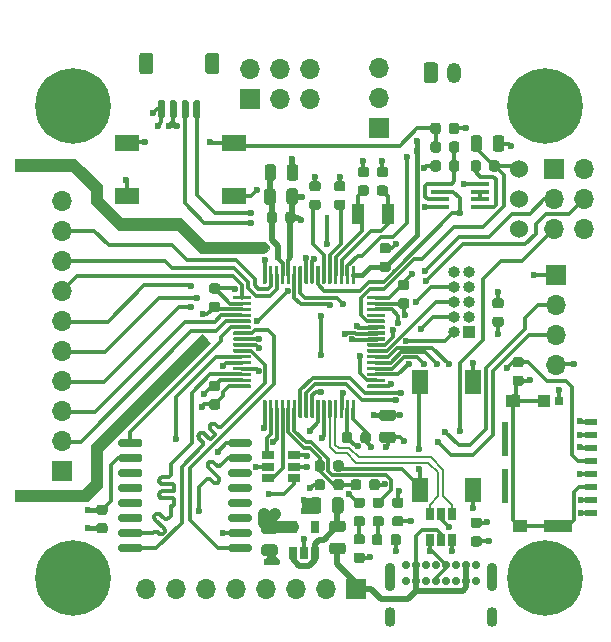
<source format=gtl>
%TF.GenerationSoftware,KiCad,Pcbnew,(5.1.6-0-10_14)*%
%TF.CreationDate,2021-04-22T17:40:41-07:00*%
%TF.ProjectId,BetsyBoardBig,42657473-7942-46f6-9172-644269672e6b,rev?*%
%TF.SameCoordinates,Original*%
%TF.FileFunction,Copper,L1,Top*%
%TF.FilePolarity,Positive*%
%FSLAX46Y46*%
G04 Gerber Fmt 4.6, Leading zero omitted, Abs format (unit mm)*
G04 Created by KiCad (PCBNEW (5.1.6-0-10_14)) date 2021-04-22 17:40:41*
%MOMM*%
%LPD*%
G01*
G04 APERTURE LIST*
%TA.AperFunction,EtchedComponent*%
%ADD10C,0.100000*%
%TD*%
%TA.AperFunction,ComponentPad*%
%ADD11C,1.524000*%
%TD*%
%TA.AperFunction,SMDPad,CuDef*%
%ADD12R,0.550000X2.910000*%
%TD*%
%TA.AperFunction,SMDPad,CuDef*%
%ADD13R,1.200000X1.050000*%
%TD*%
%TA.AperFunction,SMDPad,CuDef*%
%ADD14R,1.080000X1.050000*%
%TD*%
%TA.AperFunction,SMDPad,CuDef*%
%ADD15R,0.780000X0.720000*%
%TD*%
%TA.AperFunction,SMDPad,CuDef*%
%ADD16R,2.390000X1.050000*%
%TD*%
%TA.AperFunction,SMDPad,CuDef*%
%ADD17R,1.000000X0.500000*%
%TD*%
%TA.AperFunction,SMDPad,CuDef*%
%ADD18R,2.100000X1.400000*%
%TD*%
%TA.AperFunction,SMDPad,CuDef*%
%ADD19R,1.400000X2.100000*%
%TD*%
%TA.AperFunction,ComponentPad*%
%ADD20O,0.900000X1.700000*%
%TD*%
%TA.AperFunction,ComponentPad*%
%ADD21O,0.900000X2.400000*%
%TD*%
%TA.AperFunction,ComponentPad*%
%ADD22C,0.700000*%
%TD*%
%TA.AperFunction,ComponentPad*%
%ADD23O,1.700000X1.700000*%
%TD*%
%TA.AperFunction,ComponentPad*%
%ADD24R,1.700000X1.700000*%
%TD*%
%TA.AperFunction,SMDPad,CuDef*%
%ADD25R,1.600000X0.300000*%
%TD*%
%TA.AperFunction,ComponentPad*%
%ADD26O,1.000000X1.000000*%
%TD*%
%TA.AperFunction,ComponentPad*%
%ADD27R,1.000000X1.000000*%
%TD*%
%TA.AperFunction,ComponentPad*%
%ADD28O,1.200000X1.750000*%
%TD*%
%TA.AperFunction,SMDPad,CuDef*%
%ADD29R,1.060000X0.650000*%
%TD*%
%TA.AperFunction,ComponentPad*%
%ADD30C,0.800000*%
%TD*%
%TA.AperFunction,ComponentPad*%
%ADD31C,6.400000*%
%TD*%
%TA.AperFunction,SMDPad,CuDef*%
%ADD32R,0.650000X1.060000*%
%TD*%
%TA.AperFunction,Conductor*%
%ADD33C,0.500000*%
%TD*%
%TA.AperFunction,SMDPad,CuDef*%
%ADD34R,1.000000X1.800000*%
%TD*%
%TA.AperFunction,SMDPad,CuDef*%
%ADD35R,0.400000X1.900000*%
%TD*%
%TA.AperFunction,ViaPad*%
%ADD36C,0.600000*%
%TD*%
%TA.AperFunction,Conductor*%
%ADD37C,0.300000*%
%TD*%
%TA.AperFunction,Conductor*%
%ADD38C,0.500000*%
%TD*%
%TA.AperFunction,Conductor*%
%ADD39C,0.400000*%
%TD*%
%TA.AperFunction,Conductor*%
%ADD40C,1.000000*%
%TD*%
%TA.AperFunction,Conductor*%
%ADD41C,0.200000*%
%TD*%
%TA.AperFunction,Conductor*%
%ADD42C,0.025400*%
%TD*%
G04 APERTURE END LIST*
D10*
%TO.C,NT1*%
G36*
X118614000Y-66048000D02*
G01*
X118614000Y-67048000D01*
X118114000Y-67048000D01*
X118114000Y-66048000D01*
X118614000Y-66048000D01*
G37*
%TD*%
D11*
%TO.P,TP2-BOOT1,1*%
%TO.N,/~JTRST*%
X137795000Y-65455800D03*
%TD*%
%TO.P,TP2-BOOT0,1*%
%TO.N,/BOOT0*%
X137800000Y-60400000D03*
%TD*%
%TO.P,TP1-NRST1,1*%
%TO.N,/~RST*%
X137807700Y-62915800D03*
%TD*%
D12*
%TO.P,J8,*%
%TO.N,*%
X136610000Y-83205000D03*
D13*
%TO.P,J8,10*%
%TO.N,GND*%
X137290000Y-79975000D03*
D14*
X139900000Y-79975000D03*
D15*
%TO.P,J8,9*%
%TO.N,/SDMMC_DET*%
X141170000Y-80000000D03*
D12*
%TO.P,J8,*%
%TO.N,*%
X136610000Y-87220000D03*
D13*
%TO.P,J8,10*%
%TO.N,GND*%
X137860000Y-90625000D03*
D16*
X141050000Y-90625000D03*
D17*
%TO.P,J8,8*%
%TO.N,/SDMMC_D1*%
X143850000Y-89450000D03*
%TO.P,J8,7*%
%TO.N,/SDMMC_D0*%
X143850000Y-88350000D03*
%TO.P,J8,6*%
%TO.N,GND*%
X143850000Y-87250000D03*
%TO.P,J8,5*%
%TO.N,/SDMMC_CLK*%
X143850000Y-86150000D03*
%TO.P,J8,4*%
%TO.N,VCC*%
X143850000Y-85050000D03*
%TO.P,J8,3*%
%TO.N,/SDMMC_CMD*%
X143850000Y-83950000D03*
%TO.P,J8,2*%
%TO.N,/SDMMC_D3*%
X143850000Y-82850000D03*
%TO.P,J8,1*%
%TO.N,/SDMMC_D2*%
X143850000Y-81750000D03*
%TD*%
D18*
%TO.P,SW2,2*%
%TO.N,Net-(R1-Pad2)*%
X104550000Y-58150000D03*
%TO.P,SW2,1*%
%TO.N,GND*%
X104550000Y-62650000D03*
%TO.P,SW2,2*%
%TO.N,Net-(R1-Pad2)*%
X113650000Y-58150000D03*
%TO.P,SW2,1*%
%TO.N,GND*%
X113650000Y-62650000D03*
%TD*%
D19*
%TO.P,SW3,2*%
%TO.N,/USR_BTN*%
X129350000Y-87500000D03*
%TO.P,SW3,1*%
%TO.N,GND*%
X133850000Y-87500000D03*
%TO.P,SW3,2*%
%TO.N,/USR_BTN*%
X129350000Y-78400000D03*
%TO.P,SW3,1*%
%TO.N,GND*%
X133850000Y-78400000D03*
%TD*%
%TO.P,R9,2*%
%TO.N,GND*%
%TA.AperFunction,SMDPad,CuDef*%
G36*
G01*
X127756250Y-89050000D02*
X127243750Y-89050000D01*
G75*
G02*
X127025000Y-88831250I0J218750D01*
G01*
X127025000Y-88393750D01*
G75*
G02*
X127243750Y-88175000I218750J0D01*
G01*
X127756250Y-88175000D01*
G75*
G02*
X127975000Y-88393750I0J-218750D01*
G01*
X127975000Y-88831250D01*
G75*
G02*
X127756250Y-89050000I-218750J0D01*
G01*
G37*
%TD.AperFunction*%
%TO.P,R9,1*%
%TO.N,/CC1*%
%TA.AperFunction,SMDPad,CuDef*%
G36*
G01*
X127756250Y-90625000D02*
X127243750Y-90625000D01*
G75*
G02*
X127025000Y-90406250I0J218750D01*
G01*
X127025000Y-89968750D01*
G75*
G02*
X127243750Y-89750000I218750J0D01*
G01*
X127756250Y-89750000D01*
G75*
G02*
X127975000Y-89968750I0J-218750D01*
G01*
X127975000Y-90406250D01*
G75*
G02*
X127756250Y-90625000I-218750J0D01*
G01*
G37*
%TD.AperFunction*%
%TD*%
%TO.P,R8,2*%
%TO.N,GND*%
%TA.AperFunction,SMDPad,CuDef*%
G36*
G01*
X134406250Y-90750000D02*
X133893750Y-90750000D01*
G75*
G02*
X133675000Y-90531250I0J218750D01*
G01*
X133675000Y-90093750D01*
G75*
G02*
X133893750Y-89875000I218750J0D01*
G01*
X134406250Y-89875000D01*
G75*
G02*
X134625000Y-90093750I0J-218750D01*
G01*
X134625000Y-90531250D01*
G75*
G02*
X134406250Y-90750000I-218750J0D01*
G01*
G37*
%TD.AperFunction*%
%TO.P,R8,1*%
%TO.N,/CC2*%
%TA.AperFunction,SMDPad,CuDef*%
G36*
G01*
X134406250Y-92325000D02*
X133893750Y-92325000D01*
G75*
G02*
X133675000Y-92106250I0J218750D01*
G01*
X133675000Y-91668750D01*
G75*
G02*
X133893750Y-91450000I218750J0D01*
G01*
X134406250Y-91450000D01*
G75*
G02*
X134625000Y-91668750I0J-218750D01*
G01*
X134625000Y-92106250D01*
G75*
G02*
X134406250Y-92325000I-218750J0D01*
G01*
G37*
%TD.AperFunction*%
%TD*%
D20*
%TO.P,J3,S1*%
%TO.N,Net-(J3-PadS1)*%
X135500000Y-98260000D03*
X126850000Y-98260000D03*
D21*
X135500000Y-94880000D03*
X126850000Y-94880000D03*
D22*
%TO.P,J3,B6*%
%TO.N,/ID+*%
X131600000Y-95250000D03*
%TO.P,J3,B1*%
%TO.N,GND*%
X134150000Y-95250000D03*
%TO.P,J3,B4*%
%TO.N,/VBUS*%
X133300000Y-95250000D03*
%TO.P,J3,B5*%
%TO.N,/CC2*%
X132450000Y-95250000D03*
%TO.P,J3,B12*%
%TO.N,GND*%
X128200000Y-95250000D03*
%TO.P,J3,B8*%
%TO.N,N/C*%
X129900000Y-95250000D03*
%TO.P,J3,B7*%
%TO.N,/ID-*%
X130750000Y-95250000D03*
%TO.P,J3,B9*%
%TO.N,/VBUS*%
X129050000Y-95250000D03*
%TO.P,J3,A12*%
%TO.N,GND*%
X134150000Y-93900000D03*
%TO.P,J3,A9*%
%TO.N,/VBUS*%
X133300000Y-93900000D03*
%TO.P,J3,A8*%
%TO.N,N/C*%
X132450000Y-93900000D03*
%TO.P,J3,A7*%
%TO.N,/ID-*%
X131600000Y-93900000D03*
%TO.P,J3,A6*%
%TO.N,/ID+*%
X130750000Y-93900000D03*
%TO.P,J3,A5*%
%TO.N,/CC1*%
X129900000Y-93900000D03*
%TO.P,J3,A4*%
%TO.N,/VBUS*%
X129050000Y-93900000D03*
%TO.P,J3,A1*%
%TO.N,GND*%
X128200000Y-93900000D03*
%TD*%
D23*
%TO.P,J9,4*%
%TO.N,GND*%
X140900000Y-76970000D03*
%TO.P,J9,3*%
%TO.N,/USART1_RX*%
X140900000Y-74430000D03*
%TO.P,J9,2*%
%TO.N,/USART1_TX*%
X140900000Y-71890000D03*
D24*
%TO.P,J9,1*%
%TO.N,VCC*%
X140900000Y-69350000D03*
%TD*%
D25*
%TO.P,U3,8*%
%TO.N,VCC*%
X134500000Y-61625000D03*
%TO.P,U3,7*%
%TO.N,Net-(U3-Pad6)*%
X134500000Y-62275000D03*
%TO.P,U3,6*%
X134500000Y-62925000D03*
%TO.P,U3,5*%
%TO.N,Net-(R3-Pad2)*%
X134500000Y-63575000D03*
%TO.P,U3,4*%
%TO.N,GND*%
X131100000Y-63575000D03*
%TO.P,U3,3*%
%TO.N,/~MR*%
X131100000Y-62925000D03*
%TO.P,U3,2*%
%TO.N,/~RST*%
X131100000Y-62275000D03*
%TO.P,U3,1*%
%TO.N,/~MR*%
X131100000Y-61625000D03*
%TD*%
%TO.P,R3,2*%
%TO.N,Net-(R3-Pad2)*%
%TA.AperFunction,SMDPad,CuDef*%
G36*
G01*
X134550000Y-59843750D02*
X134550000Y-60356250D01*
G75*
G02*
X134331250Y-60575000I-218750J0D01*
G01*
X133893750Y-60575000D01*
G75*
G02*
X133675000Y-60356250I0J218750D01*
G01*
X133675000Y-59843750D01*
G75*
G02*
X133893750Y-59625000I218750J0D01*
G01*
X134331250Y-59625000D01*
G75*
G02*
X134550000Y-59843750I0J-218750D01*
G01*
G37*
%TD.AperFunction*%
%TO.P,R3,1*%
%TO.N,/BOOT0*%
%TA.AperFunction,SMDPad,CuDef*%
G36*
G01*
X136125000Y-59843750D02*
X136125000Y-60356250D01*
G75*
G02*
X135906250Y-60575000I-218750J0D01*
G01*
X135468750Y-60575000D01*
G75*
G02*
X135250000Y-60356250I0J218750D01*
G01*
X135250000Y-59843750D01*
G75*
G02*
X135468750Y-59625000I218750J0D01*
G01*
X135906250Y-59625000D01*
G75*
G02*
X136125000Y-59843750I0J-218750D01*
G01*
G37*
%TD.AperFunction*%
%TD*%
%TO.P,R2,2*%
%TO.N,Net-(R1-Pad2)*%
%TA.AperFunction,SMDPad,CuDef*%
G36*
G01*
X131150000Y-58243750D02*
X131150000Y-58756250D01*
G75*
G02*
X130931250Y-58975000I-218750J0D01*
G01*
X130493750Y-58975000D01*
G75*
G02*
X130275000Y-58756250I0J218750D01*
G01*
X130275000Y-58243750D01*
G75*
G02*
X130493750Y-58025000I218750J0D01*
G01*
X130931250Y-58025000D01*
G75*
G02*
X131150000Y-58243750I0J-218750D01*
G01*
G37*
%TD.AperFunction*%
%TO.P,R2,1*%
%TO.N,/~MR*%
%TA.AperFunction,SMDPad,CuDef*%
G36*
G01*
X132725000Y-58243750D02*
X132725000Y-58756250D01*
G75*
G02*
X132506250Y-58975000I-218750J0D01*
G01*
X132068750Y-58975000D01*
G75*
G02*
X131850000Y-58756250I0J218750D01*
G01*
X131850000Y-58243750D01*
G75*
G02*
X132068750Y-58025000I218750J0D01*
G01*
X132506250Y-58025000D01*
G75*
G02*
X132725000Y-58243750I0J-218750D01*
G01*
G37*
%TD.AperFunction*%
%TD*%
%TO.P,R1,2*%
%TO.N,Net-(R1-Pad2)*%
%TA.AperFunction,SMDPad,CuDef*%
G36*
G01*
X131150000Y-56668750D02*
X131150000Y-57181250D01*
G75*
G02*
X130931250Y-57400000I-218750J0D01*
G01*
X130493750Y-57400000D01*
G75*
G02*
X130275000Y-57181250I0J218750D01*
G01*
X130275000Y-56668750D01*
G75*
G02*
X130493750Y-56450000I218750J0D01*
G01*
X130931250Y-56450000D01*
G75*
G02*
X131150000Y-56668750I0J-218750D01*
G01*
G37*
%TD.AperFunction*%
%TO.P,R1,1*%
%TO.N,VCC*%
%TA.AperFunction,SMDPad,CuDef*%
G36*
G01*
X132725000Y-56668750D02*
X132725000Y-57181250D01*
G75*
G02*
X132506250Y-57400000I-218750J0D01*
G01*
X132068750Y-57400000D01*
G75*
G02*
X131850000Y-57181250I0J218750D01*
G01*
X131850000Y-56668750D01*
G75*
G02*
X132068750Y-56450000I218750J0D01*
G01*
X132506250Y-56450000D01*
G75*
G02*
X132725000Y-56668750I0J-218750D01*
G01*
G37*
%TD.AperFunction*%
%TD*%
%TO.P,C12,2*%
%TO.N,GND*%
%TA.AperFunction,SMDPad,CuDef*%
G36*
G01*
X135550000Y-58656250D02*
X135550000Y-57743750D01*
G75*
G02*
X135793750Y-57500000I243750J0D01*
G01*
X136281250Y-57500000D01*
G75*
G02*
X136525000Y-57743750I0J-243750D01*
G01*
X136525000Y-58656250D01*
G75*
G02*
X136281250Y-58900000I-243750J0D01*
G01*
X135793750Y-58900000D01*
G75*
G02*
X135550000Y-58656250I0J243750D01*
G01*
G37*
%TD.AperFunction*%
%TO.P,C12,1*%
%TO.N,/BOOT0*%
%TA.AperFunction,SMDPad,CuDef*%
G36*
G01*
X133675000Y-58656250D02*
X133675000Y-57743750D01*
G75*
G02*
X133918750Y-57500000I243750J0D01*
G01*
X134406250Y-57500000D01*
G75*
G02*
X134650000Y-57743750I0J-243750D01*
G01*
X134650000Y-58656250D01*
G75*
G02*
X134406250Y-58900000I-243750J0D01*
G01*
X133918750Y-58900000D01*
G75*
G02*
X133675000Y-58656250I0J243750D01*
G01*
G37*
%TD.AperFunction*%
%TD*%
%TO.P,C11,2*%
%TO.N,GND*%
%TA.AperFunction,SMDPad,CuDef*%
G36*
G01*
X131150000Y-59843750D02*
X131150000Y-60356250D01*
G75*
G02*
X130931250Y-60575000I-218750J0D01*
G01*
X130493750Y-60575000D01*
G75*
G02*
X130275000Y-60356250I0J218750D01*
G01*
X130275000Y-59843750D01*
G75*
G02*
X130493750Y-59625000I218750J0D01*
G01*
X130931250Y-59625000D01*
G75*
G02*
X131150000Y-59843750I0J-218750D01*
G01*
G37*
%TD.AperFunction*%
%TO.P,C11,1*%
%TO.N,/~MR*%
%TA.AperFunction,SMDPad,CuDef*%
G36*
G01*
X132725000Y-59843750D02*
X132725000Y-60356250D01*
G75*
G02*
X132506250Y-60575000I-218750J0D01*
G01*
X132068750Y-60575000D01*
G75*
G02*
X131850000Y-60356250I0J218750D01*
G01*
X131850000Y-59843750D01*
G75*
G02*
X132068750Y-59625000I218750J0D01*
G01*
X132506250Y-59625000D01*
G75*
G02*
X132725000Y-59843750I0J-218750D01*
G01*
G37*
%TD.AperFunction*%
%TD*%
D26*
%TO.P,P2,10*%
%TO.N,/~JTRST*%
X132280000Y-69070000D03*
%TO.P,P2,9*%
%TO.N,GND*%
X133550000Y-69070000D03*
%TO.P,P2,8*%
%TO.N,/JTDI*%
X132280000Y-70340000D03*
%TO.P,P2,7*%
%TO.N,N/C*%
X133550000Y-70340000D03*
%TO.P,P2,6*%
%TO.N,/SWO_JTDO*%
X132280000Y-71610000D03*
%TO.P,P2,5*%
%TO.N,GND*%
X133550000Y-71610000D03*
%TO.P,P2,4*%
%TO.N,/SWCLK_JTCK*%
X132280000Y-72880000D03*
%TO.P,P2,3*%
%TO.N,GND*%
X133550000Y-72880000D03*
%TO.P,P2,2*%
%TO.N,/SWDIO_JTMS*%
X132280000Y-74150000D03*
D27*
%TO.P,P2,1*%
%TO.N,VCC*%
X133550000Y-74150000D03*
%TD*%
%TO.P,C3,2*%
%TO.N,GND*%
%TA.AperFunction,SMDPad,CuDef*%
G36*
G01*
X121050000Y-88393750D02*
X121050000Y-89306250D01*
G75*
G02*
X120806250Y-89550000I-243750J0D01*
G01*
X120318750Y-89550000D01*
G75*
G02*
X120075000Y-89306250I0J243750D01*
G01*
X120075000Y-88393750D01*
G75*
G02*
X120318750Y-88150000I243750J0D01*
G01*
X120806250Y-88150000D01*
G75*
G02*
X121050000Y-88393750I0J-243750D01*
G01*
G37*
%TD.AperFunction*%
%TO.P,C3,1*%
%TO.N,/VIN*%
%TA.AperFunction,SMDPad,CuDef*%
G36*
G01*
X122925000Y-88393750D02*
X122925000Y-89306250D01*
G75*
G02*
X122681250Y-89550000I-243750J0D01*
G01*
X122193750Y-89550000D01*
G75*
G02*
X121950000Y-89306250I0J243750D01*
G01*
X121950000Y-88393750D01*
G75*
G02*
X122193750Y-88150000I243750J0D01*
G01*
X122681250Y-88150000D01*
G75*
G02*
X122925000Y-88393750I0J-243750D01*
G01*
G37*
%TD.AperFunction*%
%TD*%
D23*
%TO.P,J1,6*%
%TO.N,GND*%
X120080000Y-51860000D03*
%TO.P,J1,5*%
%TO.N,/RTC_TS*%
X120080000Y-54400000D03*
%TO.P,J1,4*%
%TO.N,/OCLK_M*%
X117540000Y-51860000D03*
%TO.P,J1,3*%
%TO.N,/RTC_OUT*%
X117540000Y-54400000D03*
%TO.P,J1,2*%
%TO.N,/OCLK_LS*%
X115000000Y-51860000D03*
D24*
%TO.P,J1,1*%
%TO.N,VCC*%
X115000000Y-54400000D03*
%TD*%
D23*
%TO.P,J2,6*%
%TO.N,GND*%
X143240000Y-65480000D03*
%TO.P,J2,5*%
%TO.N,/SPI2_SCK*%
X140700000Y-65480000D03*
%TO.P,J2,4*%
%TO.N,/SPI2_CIPO*%
X143240000Y-62940000D03*
%TO.P,J2,3*%
%TO.N,/SPI2_COPI*%
X140700000Y-62940000D03*
%TO.P,J2,2*%
%TO.N,/SPI2_CS#*%
X143240000Y-60400000D03*
D24*
%TO.P,J2,1*%
%TO.N,VCC*%
X140700000Y-60400000D03*
%TD*%
D23*
%TO.P,SW1,3*%
%TO.N,/VBAT_IN*%
X125900000Y-51820000D03*
%TO.P,SW1,2*%
%TO.N,/VBAT*%
X125900000Y-54360000D03*
D24*
%TO.P,SW1,1*%
%TO.N,VCC*%
X125900000Y-56900000D03*
%TD*%
D28*
%TO.P,P1,2*%
%TO.N,GND*%
X132300000Y-52200000D03*
%TO.P,P1,1*%
%TO.N,/VBAT_IN*%
%TA.AperFunction,ComponentPad*%
G36*
G01*
X129700000Y-52825001D02*
X129700000Y-51574999D01*
G75*
G02*
X129949999Y-51325000I249999J0D01*
G01*
X130650001Y-51325000D01*
G75*
G02*
X130900000Y-51574999I0J-249999D01*
G01*
X130900000Y-52825001D01*
G75*
G02*
X130650001Y-53075000I-249999J0D01*
G01*
X129949999Y-53075000D01*
G75*
G02*
X129700000Y-52825001I0J249999D01*
G01*
G37*
%TD.AperFunction*%
%TD*%
%TO.P,C20,2*%
%TO.N,GND*%
%TA.AperFunction,SMDPad,CuDef*%
G36*
G01*
X102207350Y-90342200D02*
X102719850Y-90342200D01*
G75*
G02*
X102938600Y-90560950I0J-218750D01*
G01*
X102938600Y-90998450D01*
G75*
G02*
X102719850Y-91217200I-218750J0D01*
G01*
X102207350Y-91217200D01*
G75*
G02*
X101988600Y-90998450I0J218750D01*
G01*
X101988600Y-90560950D01*
G75*
G02*
X102207350Y-90342200I218750J0D01*
G01*
G37*
%TD.AperFunction*%
%TO.P,C20,1*%
%TO.N,VCC*%
%TA.AperFunction,SMDPad,CuDef*%
G36*
G01*
X102207350Y-88767200D02*
X102719850Y-88767200D01*
G75*
G02*
X102938600Y-88985950I0J-218750D01*
G01*
X102938600Y-89423450D01*
G75*
G02*
X102719850Y-89642200I-218750J0D01*
G01*
X102207350Y-89642200D01*
G75*
G02*
X101988600Y-89423450I0J218750D01*
G01*
X101988600Y-88985950D01*
G75*
G02*
X102207350Y-88767200I218750J0D01*
G01*
G37*
%TD.AperFunction*%
%TD*%
%TO.P,C5,2*%
%TO.N,GND*%
%TA.AperFunction,SMDPad,CuDef*%
G36*
G01*
X118077400Y-63143450D02*
X118077400Y-62230950D01*
G75*
G02*
X118321150Y-61987200I243750J0D01*
G01*
X118808650Y-61987200D01*
G75*
G02*
X119052400Y-62230950I0J-243750D01*
G01*
X119052400Y-63143450D01*
G75*
G02*
X118808650Y-63387200I-243750J0D01*
G01*
X118321150Y-63387200D01*
G75*
G02*
X118077400Y-63143450I0J243750D01*
G01*
G37*
%TD.AperFunction*%
%TO.P,C5,1*%
%TO.N,VDDA*%
%TA.AperFunction,SMDPad,CuDef*%
G36*
G01*
X116202400Y-63143450D02*
X116202400Y-62230950D01*
G75*
G02*
X116446150Y-61987200I243750J0D01*
G01*
X116933650Y-61987200D01*
G75*
G02*
X117177400Y-62230950I0J-243750D01*
G01*
X117177400Y-63143450D01*
G75*
G02*
X116933650Y-63387200I-243750J0D01*
G01*
X116446150Y-63387200D01*
G75*
G02*
X116202400Y-63143450I0J243750D01*
G01*
G37*
%TD.AperFunction*%
%TD*%
D29*
%TO.P,U5,5*%
%TO.N,VCC*%
X116550000Y-85550000D03*
%TO.P,U5,6*%
%TO.N,/SEL_USART3*%
X116550000Y-86500000D03*
%TO.P,U5,4*%
%TO.N,/PB13*%
X116550000Y-84600000D03*
%TO.P,U5,3*%
%TO.N,/SPI2_SCK*%
X118750000Y-84600000D03*
%TO.P,U5,2*%
%TO.N,GND*%
X118750000Y-85550000D03*
%TO.P,U5,1*%
%TO.N,/USART3_CTS*%
X118750000Y-86500000D03*
%TD*%
%TO.P,C8,2*%
%TO.N,GND*%
%TA.AperFunction,SMDPad,CuDef*%
G36*
G01*
X120756250Y-62250000D02*
X120243750Y-62250000D01*
G75*
G02*
X120025000Y-62031250I0J218750D01*
G01*
X120025000Y-61593750D01*
G75*
G02*
X120243750Y-61375000I218750J0D01*
G01*
X120756250Y-61375000D01*
G75*
G02*
X120975000Y-61593750I0J-218750D01*
G01*
X120975000Y-62031250D01*
G75*
G02*
X120756250Y-62250000I-218750J0D01*
G01*
G37*
%TD.AperFunction*%
%TO.P,C8,1*%
%TO.N,/OSC_OUT*%
%TA.AperFunction,SMDPad,CuDef*%
G36*
G01*
X120756250Y-63825000D02*
X120243750Y-63825000D01*
G75*
G02*
X120025000Y-63606250I0J218750D01*
G01*
X120025000Y-63168750D01*
G75*
G02*
X120243750Y-62950000I218750J0D01*
G01*
X120756250Y-62950000D01*
G75*
G02*
X120975000Y-63168750I0J-218750D01*
G01*
X120975000Y-63606250D01*
G75*
G02*
X120756250Y-63825000I-218750J0D01*
G01*
G37*
%TD.AperFunction*%
%TD*%
%TO.P,C7,2*%
%TO.N,GND*%
%TA.AperFunction,SMDPad,CuDef*%
G36*
G01*
X122856250Y-62250000D02*
X122343750Y-62250000D01*
G75*
G02*
X122125000Y-62031250I0J218750D01*
G01*
X122125000Y-61593750D01*
G75*
G02*
X122343750Y-61375000I218750J0D01*
G01*
X122856250Y-61375000D01*
G75*
G02*
X123075000Y-61593750I0J-218750D01*
G01*
X123075000Y-62031250D01*
G75*
G02*
X122856250Y-62250000I-218750J0D01*
G01*
G37*
%TD.AperFunction*%
%TO.P,C7,1*%
%TO.N,/OSC_IN*%
%TA.AperFunction,SMDPad,CuDef*%
G36*
G01*
X122856250Y-63825000D02*
X122343750Y-63825000D01*
G75*
G02*
X122125000Y-63606250I0J218750D01*
G01*
X122125000Y-63168750D01*
G75*
G02*
X122343750Y-62950000I218750J0D01*
G01*
X122856250Y-62950000D01*
G75*
G02*
X123075000Y-63168750I0J-218750D01*
G01*
X123075000Y-63606250D01*
G75*
G02*
X122856250Y-63825000I-218750J0D01*
G01*
G37*
%TD.AperFunction*%
%TD*%
%TO.P,U4,64*%
%TO.N,VCC*%
%TA.AperFunction,SMDPad,CuDef*%
G36*
G01*
X124975000Y-71100000D02*
X126375000Y-71100000D01*
G75*
G02*
X126450000Y-71175000I0J-75000D01*
G01*
X126450000Y-71325000D01*
G75*
G02*
X126375000Y-71400000I-75000J0D01*
G01*
X124975000Y-71400000D01*
G75*
G02*
X124900000Y-71325000I0J75000D01*
G01*
X124900000Y-71175000D01*
G75*
G02*
X124975000Y-71100000I75000J0D01*
G01*
G37*
%TD.AperFunction*%
%TO.P,U4,63*%
%TO.N,GND*%
%TA.AperFunction,SMDPad,CuDef*%
G36*
G01*
X124975000Y-71600000D02*
X126375000Y-71600000D01*
G75*
G02*
X126450000Y-71675000I0J-75000D01*
G01*
X126450000Y-71825000D01*
G75*
G02*
X126375000Y-71900000I-75000J0D01*
G01*
X124975000Y-71900000D01*
G75*
G02*
X124900000Y-71825000I0J75000D01*
G01*
X124900000Y-71675000D01*
G75*
G02*
X124975000Y-71600000I75000J0D01*
G01*
G37*
%TD.AperFunction*%
%TO.P,U4,62*%
%TO.N,/SPI2_CS#*%
%TA.AperFunction,SMDPad,CuDef*%
G36*
G01*
X124975000Y-72100000D02*
X126375000Y-72100000D01*
G75*
G02*
X126450000Y-72175000I0J-75000D01*
G01*
X126450000Y-72325000D01*
G75*
G02*
X126375000Y-72400000I-75000J0D01*
G01*
X124975000Y-72400000D01*
G75*
G02*
X124900000Y-72325000I0J75000D01*
G01*
X124900000Y-72175000D01*
G75*
G02*
X124975000Y-72100000I75000J0D01*
G01*
G37*
%TD.AperFunction*%
%TO.P,U4,61*%
%TO.N,N/C*%
%TA.AperFunction,SMDPad,CuDef*%
G36*
G01*
X124975000Y-72600000D02*
X126375000Y-72600000D01*
G75*
G02*
X126450000Y-72675000I0J-75000D01*
G01*
X126450000Y-72825000D01*
G75*
G02*
X126375000Y-72900000I-75000J0D01*
G01*
X124975000Y-72900000D01*
G75*
G02*
X124900000Y-72825000I0J75000D01*
G01*
X124900000Y-72675000D01*
G75*
G02*
X124975000Y-72600000I75000J0D01*
G01*
G37*
%TD.AperFunction*%
%TO.P,U4,60*%
%TO.N,/BOOT0*%
%TA.AperFunction,SMDPad,CuDef*%
G36*
G01*
X124975000Y-73100000D02*
X126375000Y-73100000D01*
G75*
G02*
X126450000Y-73175000I0J-75000D01*
G01*
X126450000Y-73325000D01*
G75*
G02*
X126375000Y-73400000I-75000J0D01*
G01*
X124975000Y-73400000D01*
G75*
G02*
X124900000Y-73325000I0J75000D01*
G01*
X124900000Y-73175000D01*
G75*
G02*
X124975000Y-73100000I75000J0D01*
G01*
G37*
%TD.AperFunction*%
%TO.P,U4,59*%
%TO.N,/COMP_IN-*%
%TA.AperFunction,SMDPad,CuDef*%
G36*
G01*
X124975000Y-73600000D02*
X126375000Y-73600000D01*
G75*
G02*
X126450000Y-73675000I0J-75000D01*
G01*
X126450000Y-73825000D01*
G75*
G02*
X126375000Y-73900000I-75000J0D01*
G01*
X124975000Y-73900000D01*
G75*
G02*
X124900000Y-73825000I0J75000D01*
G01*
X124900000Y-73675000D01*
G75*
G02*
X124975000Y-73600000I75000J0D01*
G01*
G37*
%TD.AperFunction*%
%TO.P,U4,58*%
%TO.N,/COMP_IN+*%
%TA.AperFunction,SMDPad,CuDef*%
G36*
G01*
X124975000Y-74100000D02*
X126375000Y-74100000D01*
G75*
G02*
X126450000Y-74175000I0J-75000D01*
G01*
X126450000Y-74325000D01*
G75*
G02*
X126375000Y-74400000I-75000J0D01*
G01*
X124975000Y-74400000D01*
G75*
G02*
X124900000Y-74325000I0J75000D01*
G01*
X124900000Y-74175000D01*
G75*
G02*
X124975000Y-74100000I75000J0D01*
G01*
G37*
%TD.AperFunction*%
%TO.P,U4,57*%
%TO.N,/COMP_OUT*%
%TA.AperFunction,SMDPad,CuDef*%
G36*
G01*
X124975000Y-74600000D02*
X126375000Y-74600000D01*
G75*
G02*
X126450000Y-74675000I0J-75000D01*
G01*
X126450000Y-74825000D01*
G75*
G02*
X126375000Y-74900000I-75000J0D01*
G01*
X124975000Y-74900000D01*
G75*
G02*
X124900000Y-74825000I0J75000D01*
G01*
X124900000Y-74675000D01*
G75*
G02*
X124975000Y-74600000I75000J0D01*
G01*
G37*
%TD.AperFunction*%
%TO.P,U4,56*%
%TO.N,/SDMMC_DET*%
%TA.AperFunction,SMDPad,CuDef*%
G36*
G01*
X124975000Y-75100000D02*
X126375000Y-75100000D01*
G75*
G02*
X126450000Y-75175000I0J-75000D01*
G01*
X126450000Y-75325000D01*
G75*
G02*
X126375000Y-75400000I-75000J0D01*
G01*
X124975000Y-75400000D01*
G75*
G02*
X124900000Y-75325000I0J75000D01*
G01*
X124900000Y-75175000D01*
G75*
G02*
X124975000Y-75100000I75000J0D01*
G01*
G37*
%TD.AperFunction*%
%TO.P,U4,55*%
%TO.N,/SWO_JTDO*%
%TA.AperFunction,SMDPad,CuDef*%
G36*
G01*
X124975000Y-75600000D02*
X126375000Y-75600000D01*
G75*
G02*
X126450000Y-75675000I0J-75000D01*
G01*
X126450000Y-75825000D01*
G75*
G02*
X126375000Y-75900000I-75000J0D01*
G01*
X124975000Y-75900000D01*
G75*
G02*
X124900000Y-75825000I0J75000D01*
G01*
X124900000Y-75675000D01*
G75*
G02*
X124975000Y-75600000I75000J0D01*
G01*
G37*
%TD.AperFunction*%
%TO.P,U4,54*%
%TO.N,/SDMMC_CMD*%
%TA.AperFunction,SMDPad,CuDef*%
G36*
G01*
X124975000Y-76100000D02*
X126375000Y-76100000D01*
G75*
G02*
X126450000Y-76175000I0J-75000D01*
G01*
X126450000Y-76325000D01*
G75*
G02*
X126375000Y-76400000I-75000J0D01*
G01*
X124975000Y-76400000D01*
G75*
G02*
X124900000Y-76325000I0J75000D01*
G01*
X124900000Y-76175000D01*
G75*
G02*
X124975000Y-76100000I75000J0D01*
G01*
G37*
%TD.AperFunction*%
%TO.P,U4,53*%
%TO.N,/SDMMC_CLK*%
%TA.AperFunction,SMDPad,CuDef*%
G36*
G01*
X124975000Y-76600000D02*
X126375000Y-76600000D01*
G75*
G02*
X126450000Y-76675000I0J-75000D01*
G01*
X126450000Y-76825000D01*
G75*
G02*
X126375000Y-76900000I-75000J0D01*
G01*
X124975000Y-76900000D01*
G75*
G02*
X124900000Y-76825000I0J75000D01*
G01*
X124900000Y-76675000D01*
G75*
G02*
X124975000Y-76600000I75000J0D01*
G01*
G37*
%TD.AperFunction*%
%TO.P,U4,52*%
%TO.N,/SDMMC_D3*%
%TA.AperFunction,SMDPad,CuDef*%
G36*
G01*
X124975000Y-77100000D02*
X126375000Y-77100000D01*
G75*
G02*
X126450000Y-77175000I0J-75000D01*
G01*
X126450000Y-77325000D01*
G75*
G02*
X126375000Y-77400000I-75000J0D01*
G01*
X124975000Y-77400000D01*
G75*
G02*
X124900000Y-77325000I0J75000D01*
G01*
X124900000Y-77175000D01*
G75*
G02*
X124975000Y-77100000I75000J0D01*
G01*
G37*
%TD.AperFunction*%
%TO.P,U4,51*%
%TO.N,/SDMMC_D2*%
%TA.AperFunction,SMDPad,CuDef*%
G36*
G01*
X124975000Y-77600000D02*
X126375000Y-77600000D01*
G75*
G02*
X126450000Y-77675000I0J-75000D01*
G01*
X126450000Y-77825000D01*
G75*
G02*
X126375000Y-77900000I-75000J0D01*
G01*
X124975000Y-77900000D01*
G75*
G02*
X124900000Y-77825000I0J75000D01*
G01*
X124900000Y-77675000D01*
G75*
G02*
X124975000Y-77600000I75000J0D01*
G01*
G37*
%TD.AperFunction*%
%TO.P,U4,50*%
%TO.N,/JTDI*%
%TA.AperFunction,SMDPad,CuDef*%
G36*
G01*
X124975000Y-78100000D02*
X126375000Y-78100000D01*
G75*
G02*
X126450000Y-78175000I0J-75000D01*
G01*
X126450000Y-78325000D01*
G75*
G02*
X126375000Y-78400000I-75000J0D01*
G01*
X124975000Y-78400000D01*
G75*
G02*
X124900000Y-78325000I0J75000D01*
G01*
X124900000Y-78175000D01*
G75*
G02*
X124975000Y-78100000I75000J0D01*
G01*
G37*
%TD.AperFunction*%
%TO.P,U4,49*%
%TO.N,/SWCLK_JTCK*%
%TA.AperFunction,SMDPad,CuDef*%
G36*
G01*
X124975000Y-78600000D02*
X126375000Y-78600000D01*
G75*
G02*
X126450000Y-78675000I0J-75000D01*
G01*
X126450000Y-78825000D01*
G75*
G02*
X126375000Y-78900000I-75000J0D01*
G01*
X124975000Y-78900000D01*
G75*
G02*
X124900000Y-78825000I0J75000D01*
G01*
X124900000Y-78675000D01*
G75*
G02*
X124975000Y-78600000I75000J0D01*
G01*
G37*
%TD.AperFunction*%
%TO.P,U4,48*%
%TO.N,VCC*%
%TA.AperFunction,SMDPad,CuDef*%
G36*
G01*
X123675000Y-79900000D02*
X123825000Y-79900000D01*
G75*
G02*
X123900000Y-79975000I0J-75000D01*
G01*
X123900000Y-81375000D01*
G75*
G02*
X123825000Y-81450000I-75000J0D01*
G01*
X123675000Y-81450000D01*
G75*
G02*
X123600000Y-81375000I0J75000D01*
G01*
X123600000Y-79975000D01*
G75*
G02*
X123675000Y-79900000I75000J0D01*
G01*
G37*
%TD.AperFunction*%
%TO.P,U4,47*%
%TO.N,GND*%
%TA.AperFunction,SMDPad,CuDef*%
G36*
G01*
X123175000Y-79900000D02*
X123325000Y-79900000D01*
G75*
G02*
X123400000Y-79975000I0J-75000D01*
G01*
X123400000Y-81375000D01*
G75*
G02*
X123325000Y-81450000I-75000J0D01*
G01*
X123175000Y-81450000D01*
G75*
G02*
X123100000Y-81375000I0J75000D01*
G01*
X123100000Y-79975000D01*
G75*
G02*
X123175000Y-79900000I75000J0D01*
G01*
G37*
%TD.AperFunction*%
%TO.P,U4,46*%
%TO.N,/SWDIO_JTMS*%
%TA.AperFunction,SMDPad,CuDef*%
G36*
G01*
X122675000Y-79900000D02*
X122825000Y-79900000D01*
G75*
G02*
X122900000Y-79975000I0J-75000D01*
G01*
X122900000Y-81375000D01*
G75*
G02*
X122825000Y-81450000I-75000J0D01*
G01*
X122675000Y-81450000D01*
G75*
G02*
X122600000Y-81375000I0J75000D01*
G01*
X122600000Y-79975000D01*
G75*
G02*
X122675000Y-79900000I75000J0D01*
G01*
G37*
%TD.AperFunction*%
%TO.P,U4,45*%
%TO.N,/D+*%
%TA.AperFunction,SMDPad,CuDef*%
G36*
G01*
X122175000Y-79900000D02*
X122325000Y-79900000D01*
G75*
G02*
X122400000Y-79975000I0J-75000D01*
G01*
X122400000Y-81375000D01*
G75*
G02*
X122325000Y-81450000I-75000J0D01*
G01*
X122175000Y-81450000D01*
G75*
G02*
X122100000Y-81375000I0J75000D01*
G01*
X122100000Y-79975000D01*
G75*
G02*
X122175000Y-79900000I75000J0D01*
G01*
G37*
%TD.AperFunction*%
%TO.P,U4,44*%
%TO.N,/D-*%
%TA.AperFunction,SMDPad,CuDef*%
G36*
G01*
X121675000Y-79900000D02*
X121825000Y-79900000D01*
G75*
G02*
X121900000Y-79975000I0J-75000D01*
G01*
X121900000Y-81375000D01*
G75*
G02*
X121825000Y-81450000I-75000J0D01*
G01*
X121675000Y-81450000D01*
G75*
G02*
X121600000Y-81375000I0J75000D01*
G01*
X121600000Y-79975000D01*
G75*
G02*
X121675000Y-79900000I75000J0D01*
G01*
G37*
%TD.AperFunction*%
%TO.P,U4,43*%
%TO.N,/USART1_RX*%
%TA.AperFunction,SMDPad,CuDef*%
G36*
G01*
X121175000Y-79900000D02*
X121325000Y-79900000D01*
G75*
G02*
X121400000Y-79975000I0J-75000D01*
G01*
X121400000Y-81375000D01*
G75*
G02*
X121325000Y-81450000I-75000J0D01*
G01*
X121175000Y-81450000D01*
G75*
G02*
X121100000Y-81375000I0J75000D01*
G01*
X121100000Y-79975000D01*
G75*
G02*
X121175000Y-79900000I75000J0D01*
G01*
G37*
%TD.AperFunction*%
%TO.P,U4,42*%
%TO.N,/USART1_TX*%
%TA.AperFunction,SMDPad,CuDef*%
G36*
G01*
X120675000Y-79900000D02*
X120825000Y-79900000D01*
G75*
G02*
X120900000Y-79975000I0J-75000D01*
G01*
X120900000Y-81375000D01*
G75*
G02*
X120825000Y-81450000I-75000J0D01*
G01*
X120675000Y-81450000D01*
G75*
G02*
X120600000Y-81375000I0J75000D01*
G01*
X120600000Y-79975000D01*
G75*
G02*
X120675000Y-79900000I75000J0D01*
G01*
G37*
%TD.AperFunction*%
%TO.P,U4,41*%
%TO.N,/OCLK_M*%
%TA.AperFunction,SMDPad,CuDef*%
G36*
G01*
X120175000Y-79900000D02*
X120325000Y-79900000D01*
G75*
G02*
X120400000Y-79975000I0J-75000D01*
G01*
X120400000Y-81375000D01*
G75*
G02*
X120325000Y-81450000I-75000J0D01*
G01*
X120175000Y-81450000D01*
G75*
G02*
X120100000Y-81375000I0J75000D01*
G01*
X120100000Y-79975000D01*
G75*
G02*
X120175000Y-79900000I75000J0D01*
G01*
G37*
%TD.AperFunction*%
%TO.P,U4,40*%
%TO.N,/SDMMC_D1*%
%TA.AperFunction,SMDPad,CuDef*%
G36*
G01*
X119675000Y-79900000D02*
X119825000Y-79900000D01*
G75*
G02*
X119900000Y-79975000I0J-75000D01*
G01*
X119900000Y-81375000D01*
G75*
G02*
X119825000Y-81450000I-75000J0D01*
G01*
X119675000Y-81450000D01*
G75*
G02*
X119600000Y-81375000I0J75000D01*
G01*
X119600000Y-79975000D01*
G75*
G02*
X119675000Y-79900000I75000J0D01*
G01*
G37*
%TD.AperFunction*%
%TO.P,U4,39*%
%TO.N,/SDMMC_D0*%
%TA.AperFunction,SMDPad,CuDef*%
G36*
G01*
X119175000Y-79900000D02*
X119325000Y-79900000D01*
G75*
G02*
X119400000Y-79975000I0J-75000D01*
G01*
X119400000Y-81375000D01*
G75*
G02*
X119325000Y-81450000I-75000J0D01*
G01*
X119175000Y-81450000D01*
G75*
G02*
X119100000Y-81375000I0J75000D01*
G01*
X119100000Y-79975000D01*
G75*
G02*
X119175000Y-79900000I75000J0D01*
G01*
G37*
%TD.AperFunction*%
%TO.P,U4,38*%
%TO.N,/USR_LED*%
%TA.AperFunction,SMDPad,CuDef*%
G36*
G01*
X118675000Y-79900000D02*
X118825000Y-79900000D01*
G75*
G02*
X118900000Y-79975000I0J-75000D01*
G01*
X118900000Y-81375000D01*
G75*
G02*
X118825000Y-81450000I-75000J0D01*
G01*
X118675000Y-81450000D01*
G75*
G02*
X118600000Y-81375000I0J75000D01*
G01*
X118600000Y-79975000D01*
G75*
G02*
X118675000Y-79900000I75000J0D01*
G01*
G37*
%TD.AperFunction*%
%TO.P,U4,37*%
%TO.N,/USR_SW*%
%TA.AperFunction,SMDPad,CuDef*%
G36*
G01*
X118175000Y-79900000D02*
X118325000Y-79900000D01*
G75*
G02*
X118400000Y-79975000I0J-75000D01*
G01*
X118400000Y-81375000D01*
G75*
G02*
X118325000Y-81450000I-75000J0D01*
G01*
X118175000Y-81450000D01*
G75*
G02*
X118100000Y-81375000I0J75000D01*
G01*
X118100000Y-79975000D01*
G75*
G02*
X118175000Y-79900000I75000J0D01*
G01*
G37*
%TD.AperFunction*%
%TO.P,U4,36*%
%TO.N,/SEL_USART3*%
%TA.AperFunction,SMDPad,CuDef*%
G36*
G01*
X117675000Y-79900000D02*
X117825000Y-79900000D01*
G75*
G02*
X117900000Y-79975000I0J-75000D01*
G01*
X117900000Y-81375000D01*
G75*
G02*
X117825000Y-81450000I-75000J0D01*
G01*
X117675000Y-81450000D01*
G75*
G02*
X117600000Y-81375000I0J75000D01*
G01*
X117600000Y-79975000D01*
G75*
G02*
X117675000Y-79900000I75000J0D01*
G01*
G37*
%TD.AperFunction*%
%TO.P,U4,35*%
%TO.N,/USART3_RTS*%
%TA.AperFunction,SMDPad,CuDef*%
G36*
G01*
X117175000Y-79900000D02*
X117325000Y-79900000D01*
G75*
G02*
X117400000Y-79975000I0J-75000D01*
G01*
X117400000Y-81375000D01*
G75*
G02*
X117325000Y-81450000I-75000J0D01*
G01*
X117175000Y-81450000D01*
G75*
G02*
X117100000Y-81375000I0J75000D01*
G01*
X117100000Y-79975000D01*
G75*
G02*
X117175000Y-79900000I75000J0D01*
G01*
G37*
%TD.AperFunction*%
%TO.P,U4,34*%
%TO.N,/PB13*%
%TA.AperFunction,SMDPad,CuDef*%
G36*
G01*
X116675000Y-79900000D02*
X116825000Y-79900000D01*
G75*
G02*
X116900000Y-79975000I0J-75000D01*
G01*
X116900000Y-81375000D01*
G75*
G02*
X116825000Y-81450000I-75000J0D01*
G01*
X116675000Y-81450000D01*
G75*
G02*
X116600000Y-81375000I0J75000D01*
G01*
X116600000Y-79975000D01*
G75*
G02*
X116675000Y-79900000I75000J0D01*
G01*
G37*
%TD.AperFunction*%
%TO.P,U4,33*%
%TO.N,/USART3_CK*%
%TA.AperFunction,SMDPad,CuDef*%
G36*
G01*
X116175000Y-79900000D02*
X116325000Y-79900000D01*
G75*
G02*
X116400000Y-79975000I0J-75000D01*
G01*
X116400000Y-81375000D01*
G75*
G02*
X116325000Y-81450000I-75000J0D01*
G01*
X116175000Y-81450000D01*
G75*
G02*
X116100000Y-81375000I0J75000D01*
G01*
X116100000Y-79975000D01*
G75*
G02*
X116175000Y-79900000I75000J0D01*
G01*
G37*
%TD.AperFunction*%
%TO.P,U4,32*%
%TO.N,VCC*%
%TA.AperFunction,SMDPad,CuDef*%
G36*
G01*
X113625000Y-78600000D02*
X115025000Y-78600000D01*
G75*
G02*
X115100000Y-78675000I0J-75000D01*
G01*
X115100000Y-78825000D01*
G75*
G02*
X115025000Y-78900000I-75000J0D01*
G01*
X113625000Y-78900000D01*
G75*
G02*
X113550000Y-78825000I0J75000D01*
G01*
X113550000Y-78675000D01*
G75*
G02*
X113625000Y-78600000I75000J0D01*
G01*
G37*
%TD.AperFunction*%
%TO.P,U4,31*%
%TO.N,GND*%
%TA.AperFunction,SMDPad,CuDef*%
G36*
G01*
X113625000Y-78100000D02*
X115025000Y-78100000D01*
G75*
G02*
X115100000Y-78175000I0J-75000D01*
G01*
X115100000Y-78325000D01*
G75*
G02*
X115025000Y-78400000I-75000J0D01*
G01*
X113625000Y-78400000D01*
G75*
G02*
X113550000Y-78325000I0J75000D01*
G01*
X113550000Y-78175000D01*
G75*
G02*
X113625000Y-78100000I75000J0D01*
G01*
G37*
%TD.AperFunction*%
%TO.P,U4,30*%
%TO.N,/QSPI_CS#*%
%TA.AperFunction,SMDPad,CuDef*%
G36*
G01*
X113625000Y-77600000D02*
X115025000Y-77600000D01*
G75*
G02*
X115100000Y-77675000I0J-75000D01*
G01*
X115100000Y-77825000D01*
G75*
G02*
X115025000Y-77900000I-75000J0D01*
G01*
X113625000Y-77900000D01*
G75*
G02*
X113550000Y-77825000I0J75000D01*
G01*
X113550000Y-77675000D01*
G75*
G02*
X113625000Y-77600000I75000J0D01*
G01*
G37*
%TD.AperFunction*%
%TO.P,U4,29*%
%TO.N,/QSPI_SCK*%
%TA.AperFunction,SMDPad,CuDef*%
G36*
G01*
X113625000Y-77100000D02*
X115025000Y-77100000D01*
G75*
G02*
X115100000Y-77175000I0J-75000D01*
G01*
X115100000Y-77325000D01*
G75*
G02*
X115025000Y-77400000I-75000J0D01*
G01*
X113625000Y-77400000D01*
G75*
G02*
X113550000Y-77325000I0J75000D01*
G01*
X113550000Y-77175000D01*
G75*
G02*
X113625000Y-77100000I75000J0D01*
G01*
G37*
%TD.AperFunction*%
%TO.P,U4,28*%
%TO.N,/RTC_OUT*%
%TA.AperFunction,SMDPad,CuDef*%
G36*
G01*
X113625000Y-76600000D02*
X115025000Y-76600000D01*
G75*
G02*
X115100000Y-76675000I0J-75000D01*
G01*
X115100000Y-76825000D01*
G75*
G02*
X115025000Y-76900000I-75000J0D01*
G01*
X113625000Y-76900000D01*
G75*
G02*
X113550000Y-76825000I0J75000D01*
G01*
X113550000Y-76675000D01*
G75*
G02*
X113625000Y-76600000I75000J0D01*
G01*
G37*
%TD.AperFunction*%
%TO.P,U4,27*%
%TO.N,/QSPI_IO0*%
%TA.AperFunction,SMDPad,CuDef*%
G36*
G01*
X113625000Y-76100000D02*
X115025000Y-76100000D01*
G75*
G02*
X115100000Y-76175000I0J-75000D01*
G01*
X115100000Y-76325000D01*
G75*
G02*
X115025000Y-76400000I-75000J0D01*
G01*
X113625000Y-76400000D01*
G75*
G02*
X113550000Y-76325000I0J75000D01*
G01*
X113550000Y-76175000D01*
G75*
G02*
X113625000Y-76100000I75000J0D01*
G01*
G37*
%TD.AperFunction*%
%TO.P,U4,26*%
%TO.N,/QSPI_IO1*%
%TA.AperFunction,SMDPad,CuDef*%
G36*
G01*
X113625000Y-75600000D02*
X115025000Y-75600000D01*
G75*
G02*
X115100000Y-75675000I0J-75000D01*
G01*
X115100000Y-75825000D01*
G75*
G02*
X115025000Y-75900000I-75000J0D01*
G01*
X113625000Y-75900000D01*
G75*
G02*
X113550000Y-75825000I0J75000D01*
G01*
X113550000Y-75675000D01*
G75*
G02*
X113625000Y-75600000I75000J0D01*
G01*
G37*
%TD.AperFunction*%
%TO.P,U4,25*%
%TO.N,/USART3_RXD*%
%TA.AperFunction,SMDPad,CuDef*%
G36*
G01*
X113625000Y-75100000D02*
X115025000Y-75100000D01*
G75*
G02*
X115100000Y-75175000I0J-75000D01*
G01*
X115100000Y-75325000D01*
G75*
G02*
X115025000Y-75400000I-75000J0D01*
G01*
X113625000Y-75400000D01*
G75*
G02*
X113550000Y-75325000I0J75000D01*
G01*
X113550000Y-75175000D01*
G75*
G02*
X113625000Y-75100000I75000J0D01*
G01*
G37*
%TD.AperFunction*%
%TO.P,U4,24*%
%TO.N,/USART3_TXD*%
%TA.AperFunction,SMDPad,CuDef*%
G36*
G01*
X113625000Y-74600000D02*
X115025000Y-74600000D01*
G75*
G02*
X115100000Y-74675000I0J-75000D01*
G01*
X115100000Y-74825000D01*
G75*
G02*
X115025000Y-74900000I-75000J0D01*
G01*
X113625000Y-74900000D01*
G75*
G02*
X113550000Y-74825000I0J75000D01*
G01*
X113550000Y-74675000D01*
G75*
G02*
X113625000Y-74600000I75000J0D01*
G01*
G37*
%TD.AperFunction*%
%TO.P,U4,23*%
%TO.N,/QSPI_IO2*%
%TA.AperFunction,SMDPad,CuDef*%
G36*
G01*
X113625000Y-74100000D02*
X115025000Y-74100000D01*
G75*
G02*
X115100000Y-74175000I0J-75000D01*
G01*
X115100000Y-74325000D01*
G75*
G02*
X115025000Y-74400000I-75000J0D01*
G01*
X113625000Y-74400000D01*
G75*
G02*
X113550000Y-74325000I0J75000D01*
G01*
X113550000Y-74175000D01*
G75*
G02*
X113625000Y-74100000I75000J0D01*
G01*
G37*
%TD.AperFunction*%
%TO.P,U4,22*%
%TO.N,/QSPI_IO3*%
%TA.AperFunction,SMDPad,CuDef*%
G36*
G01*
X113625000Y-73600000D02*
X115025000Y-73600000D01*
G75*
G02*
X115100000Y-73675000I0J-75000D01*
G01*
X115100000Y-73825000D01*
G75*
G02*
X115025000Y-73900000I-75000J0D01*
G01*
X113625000Y-73900000D01*
G75*
G02*
X113550000Y-73825000I0J75000D01*
G01*
X113550000Y-73675000D01*
G75*
G02*
X113625000Y-73600000I75000J0D01*
G01*
G37*
%TD.AperFunction*%
%TO.P,U4,21*%
%TO.N,/DAC_OUT2*%
%TA.AperFunction,SMDPad,CuDef*%
G36*
G01*
X113625000Y-73100000D02*
X115025000Y-73100000D01*
G75*
G02*
X115100000Y-73175000I0J-75000D01*
G01*
X115100000Y-73325000D01*
G75*
G02*
X115025000Y-73400000I-75000J0D01*
G01*
X113625000Y-73400000D01*
G75*
G02*
X113550000Y-73325000I0J75000D01*
G01*
X113550000Y-73175000D01*
G75*
G02*
X113625000Y-73100000I75000J0D01*
G01*
G37*
%TD.AperFunction*%
%TO.P,U4,20*%
%TO.N,/DAC_OUT1*%
%TA.AperFunction,SMDPad,CuDef*%
G36*
G01*
X113625000Y-72600000D02*
X115025000Y-72600000D01*
G75*
G02*
X115100000Y-72675000I0J-75000D01*
G01*
X115100000Y-72825000D01*
G75*
G02*
X115025000Y-72900000I-75000J0D01*
G01*
X113625000Y-72900000D01*
G75*
G02*
X113550000Y-72825000I0J75000D01*
G01*
X113550000Y-72675000D01*
G75*
G02*
X113625000Y-72600000I75000J0D01*
G01*
G37*
%TD.AperFunction*%
%TO.P,U4,19*%
%TO.N,VCC*%
%TA.AperFunction,SMDPad,CuDef*%
G36*
G01*
X113625000Y-72100000D02*
X115025000Y-72100000D01*
G75*
G02*
X115100000Y-72175000I0J-75000D01*
G01*
X115100000Y-72325000D01*
G75*
G02*
X115025000Y-72400000I-75000J0D01*
G01*
X113625000Y-72400000D01*
G75*
G02*
X113550000Y-72325000I0J75000D01*
G01*
X113550000Y-72175000D01*
G75*
G02*
X113625000Y-72100000I75000J0D01*
G01*
G37*
%TD.AperFunction*%
%TO.P,U4,18*%
%TO.N,GND*%
%TA.AperFunction,SMDPad,CuDef*%
G36*
G01*
X113625000Y-71600000D02*
X115025000Y-71600000D01*
G75*
G02*
X115100000Y-71675000I0J-75000D01*
G01*
X115100000Y-71825000D01*
G75*
G02*
X115025000Y-71900000I-75000J0D01*
G01*
X113625000Y-71900000D01*
G75*
G02*
X113550000Y-71825000I0J75000D01*
G01*
X113550000Y-71675000D01*
G75*
G02*
X113625000Y-71600000I75000J0D01*
G01*
G37*
%TD.AperFunction*%
%TO.P,U4,17*%
%TO.N,/OPAMP_OUT*%
%TA.AperFunction,SMDPad,CuDef*%
G36*
G01*
X113625000Y-71100000D02*
X115025000Y-71100000D01*
G75*
G02*
X115100000Y-71175000I0J-75000D01*
G01*
X115100000Y-71325000D01*
G75*
G02*
X115025000Y-71400000I-75000J0D01*
G01*
X113625000Y-71400000D01*
G75*
G02*
X113550000Y-71325000I0J75000D01*
G01*
X113550000Y-71175000D01*
G75*
G02*
X113625000Y-71100000I75000J0D01*
G01*
G37*
%TD.AperFunction*%
%TO.P,U4,16*%
%TO.N,/OCLK_LS*%
%TA.AperFunction,SMDPad,CuDef*%
G36*
G01*
X116175000Y-68550000D02*
X116325000Y-68550000D01*
G75*
G02*
X116400000Y-68625000I0J-75000D01*
G01*
X116400000Y-70025000D01*
G75*
G02*
X116325000Y-70100000I-75000J0D01*
G01*
X116175000Y-70100000D01*
G75*
G02*
X116100000Y-70025000I0J75000D01*
G01*
X116100000Y-68625000D01*
G75*
G02*
X116175000Y-68550000I75000J0D01*
G01*
G37*
%TD.AperFunction*%
%TO.P,U4,15*%
%TO.N,/OPAMP_IN-*%
%TA.AperFunction,SMDPad,CuDef*%
G36*
G01*
X116675000Y-68550000D02*
X116825000Y-68550000D01*
G75*
G02*
X116900000Y-68625000I0J-75000D01*
G01*
X116900000Y-70025000D01*
G75*
G02*
X116825000Y-70100000I-75000J0D01*
G01*
X116675000Y-70100000D01*
G75*
G02*
X116600000Y-70025000I0J75000D01*
G01*
X116600000Y-68625000D01*
G75*
G02*
X116675000Y-68550000I75000J0D01*
G01*
G37*
%TD.AperFunction*%
%TO.P,U4,14*%
%TO.N,/OPAMP_IN+*%
%TA.AperFunction,SMDPad,CuDef*%
G36*
G01*
X117175000Y-68550000D02*
X117325000Y-68550000D01*
G75*
G02*
X117400000Y-68625000I0J-75000D01*
G01*
X117400000Y-70025000D01*
G75*
G02*
X117325000Y-70100000I-75000J0D01*
G01*
X117175000Y-70100000D01*
G75*
G02*
X117100000Y-70025000I0J75000D01*
G01*
X117100000Y-68625000D01*
G75*
G02*
X117175000Y-68550000I75000J0D01*
G01*
G37*
%TD.AperFunction*%
%TO.P,U4,13*%
%TO.N,VDDA*%
%TA.AperFunction,SMDPad,CuDef*%
G36*
G01*
X117675000Y-68550000D02*
X117825000Y-68550000D01*
G75*
G02*
X117900000Y-68625000I0J-75000D01*
G01*
X117900000Y-70025000D01*
G75*
G02*
X117825000Y-70100000I-75000J0D01*
G01*
X117675000Y-70100000D01*
G75*
G02*
X117600000Y-70025000I0J75000D01*
G01*
X117600000Y-68625000D01*
G75*
G02*
X117675000Y-68550000I75000J0D01*
G01*
G37*
%TD.AperFunction*%
%TO.P,U4,12*%
%TO.N,VSSA*%
%TA.AperFunction,SMDPad,CuDef*%
G36*
G01*
X118175000Y-68550000D02*
X118325000Y-68550000D01*
G75*
G02*
X118400000Y-68625000I0J-75000D01*
G01*
X118400000Y-70025000D01*
G75*
G02*
X118325000Y-70100000I-75000J0D01*
G01*
X118175000Y-70100000D01*
G75*
G02*
X118100000Y-70025000I0J75000D01*
G01*
X118100000Y-68625000D01*
G75*
G02*
X118175000Y-68550000I75000J0D01*
G01*
G37*
%TD.AperFunction*%
%TO.P,U4,11*%
%TO.N,/SPI2_COPI*%
%TA.AperFunction,SMDPad,CuDef*%
G36*
G01*
X118675000Y-68550000D02*
X118825000Y-68550000D01*
G75*
G02*
X118900000Y-68625000I0J-75000D01*
G01*
X118900000Y-70025000D01*
G75*
G02*
X118825000Y-70100000I-75000J0D01*
G01*
X118675000Y-70100000D01*
G75*
G02*
X118600000Y-70025000I0J75000D01*
G01*
X118600000Y-68625000D01*
G75*
G02*
X118675000Y-68550000I75000J0D01*
G01*
G37*
%TD.AperFunction*%
%TO.P,U4,10*%
%TO.N,/SPI2_CIPO*%
%TA.AperFunction,SMDPad,CuDef*%
G36*
G01*
X119175000Y-68550000D02*
X119325000Y-68550000D01*
G75*
G02*
X119400000Y-68625000I0J-75000D01*
G01*
X119400000Y-70025000D01*
G75*
G02*
X119325000Y-70100000I-75000J0D01*
G01*
X119175000Y-70100000D01*
G75*
G02*
X119100000Y-70025000I0J75000D01*
G01*
X119100000Y-68625000D01*
G75*
G02*
X119175000Y-68550000I75000J0D01*
G01*
G37*
%TD.AperFunction*%
%TO.P,U4,9*%
%TO.N,/I2C_SDA*%
%TA.AperFunction,SMDPad,CuDef*%
G36*
G01*
X119675000Y-68550000D02*
X119825000Y-68550000D01*
G75*
G02*
X119900000Y-68625000I0J-75000D01*
G01*
X119900000Y-70025000D01*
G75*
G02*
X119825000Y-70100000I-75000J0D01*
G01*
X119675000Y-70100000D01*
G75*
G02*
X119600000Y-70025000I0J75000D01*
G01*
X119600000Y-68625000D01*
G75*
G02*
X119675000Y-68550000I75000J0D01*
G01*
G37*
%TD.AperFunction*%
%TO.P,U4,8*%
%TO.N,/I2C_SCL*%
%TA.AperFunction,SMDPad,CuDef*%
G36*
G01*
X120175000Y-68550000D02*
X120325000Y-68550000D01*
G75*
G02*
X120400000Y-68625000I0J-75000D01*
G01*
X120400000Y-70025000D01*
G75*
G02*
X120325000Y-70100000I-75000J0D01*
G01*
X120175000Y-70100000D01*
G75*
G02*
X120100000Y-70025000I0J75000D01*
G01*
X120100000Y-68625000D01*
G75*
G02*
X120175000Y-68550000I75000J0D01*
G01*
G37*
%TD.AperFunction*%
%TO.P,U4,7*%
%TO.N,/~RST*%
%TA.AperFunction,SMDPad,CuDef*%
G36*
G01*
X120675000Y-68550000D02*
X120825000Y-68550000D01*
G75*
G02*
X120900000Y-68625000I0J-75000D01*
G01*
X120900000Y-70025000D01*
G75*
G02*
X120825000Y-70100000I-75000J0D01*
G01*
X120675000Y-70100000D01*
G75*
G02*
X120600000Y-70025000I0J75000D01*
G01*
X120600000Y-68625000D01*
G75*
G02*
X120675000Y-68550000I75000J0D01*
G01*
G37*
%TD.AperFunction*%
%TO.P,U4,6*%
%TO.N,/OSC_OUT*%
%TA.AperFunction,SMDPad,CuDef*%
G36*
G01*
X121175000Y-68550000D02*
X121325000Y-68550000D01*
G75*
G02*
X121400000Y-68625000I0J-75000D01*
G01*
X121400000Y-70025000D01*
G75*
G02*
X121325000Y-70100000I-75000J0D01*
G01*
X121175000Y-70100000D01*
G75*
G02*
X121100000Y-70025000I0J75000D01*
G01*
X121100000Y-68625000D01*
G75*
G02*
X121175000Y-68550000I75000J0D01*
G01*
G37*
%TD.AperFunction*%
%TO.P,U4,5*%
%TO.N,/OSC_IN*%
%TA.AperFunction,SMDPad,CuDef*%
G36*
G01*
X121675000Y-68550000D02*
X121825000Y-68550000D01*
G75*
G02*
X121900000Y-68625000I0J-75000D01*
G01*
X121900000Y-70025000D01*
G75*
G02*
X121825000Y-70100000I-75000J0D01*
G01*
X121675000Y-70100000D01*
G75*
G02*
X121600000Y-70025000I0J75000D01*
G01*
X121600000Y-68625000D01*
G75*
G02*
X121675000Y-68550000I75000J0D01*
G01*
G37*
%TD.AperFunction*%
%TO.P,U4,4*%
%TO.N,/RTC_OSC_OUT*%
%TA.AperFunction,SMDPad,CuDef*%
G36*
G01*
X122175000Y-68550000D02*
X122325000Y-68550000D01*
G75*
G02*
X122400000Y-68625000I0J-75000D01*
G01*
X122400000Y-70025000D01*
G75*
G02*
X122325000Y-70100000I-75000J0D01*
G01*
X122175000Y-70100000D01*
G75*
G02*
X122100000Y-70025000I0J75000D01*
G01*
X122100000Y-68625000D01*
G75*
G02*
X122175000Y-68550000I75000J0D01*
G01*
G37*
%TD.AperFunction*%
%TO.P,U4,3*%
%TO.N,/RTC_OSC_IN*%
%TA.AperFunction,SMDPad,CuDef*%
G36*
G01*
X122675000Y-68550000D02*
X122825000Y-68550000D01*
G75*
G02*
X122900000Y-68625000I0J-75000D01*
G01*
X122900000Y-70025000D01*
G75*
G02*
X122825000Y-70100000I-75000J0D01*
G01*
X122675000Y-70100000D01*
G75*
G02*
X122600000Y-70025000I0J75000D01*
G01*
X122600000Y-68625000D01*
G75*
G02*
X122675000Y-68550000I75000J0D01*
G01*
G37*
%TD.AperFunction*%
%TO.P,U4,2*%
%TO.N,/RTC_TS*%
%TA.AperFunction,SMDPad,CuDef*%
G36*
G01*
X123175000Y-68550000D02*
X123325000Y-68550000D01*
G75*
G02*
X123400000Y-68625000I0J-75000D01*
G01*
X123400000Y-70025000D01*
G75*
G02*
X123325000Y-70100000I-75000J0D01*
G01*
X123175000Y-70100000D01*
G75*
G02*
X123100000Y-70025000I0J75000D01*
G01*
X123100000Y-68625000D01*
G75*
G02*
X123175000Y-68550000I75000J0D01*
G01*
G37*
%TD.AperFunction*%
%TO.P,U4,1*%
%TO.N,/VBAT*%
%TA.AperFunction,SMDPad,CuDef*%
G36*
G01*
X123675000Y-68550000D02*
X123825000Y-68550000D01*
G75*
G02*
X123900000Y-68625000I0J-75000D01*
G01*
X123900000Y-70025000D01*
G75*
G02*
X123825000Y-70100000I-75000J0D01*
G01*
X123675000Y-70100000D01*
G75*
G02*
X123600000Y-70025000I0J75000D01*
G01*
X123600000Y-68625000D01*
G75*
G02*
X123675000Y-68550000I75000J0D01*
G01*
G37*
%TD.AperFunction*%
%TD*%
D23*
%TO.P,J7,10*%
%TO.N,VDDA*%
X99100000Y-63040000D03*
%TO.P,J7,9*%
%TO.N,/OPAMP_IN-*%
X99100000Y-65580000D03*
%TO.P,J7,8*%
%TO.N,/OPAMP_IN+*%
X99100000Y-68120000D03*
%TO.P,J7,7*%
%TO.N,/OPAMP_OUT*%
X99100000Y-70660000D03*
%TO.P,J7,6*%
%TO.N,/COMP_IN-*%
X99100000Y-73200000D03*
%TO.P,J7,5*%
%TO.N,/COMP_IN+*%
X99100000Y-75740000D03*
%TO.P,J7,4*%
%TO.N,/COMP_OUT*%
X99100000Y-78280000D03*
%TO.P,J7,3*%
%TO.N,/DAC_OUT1*%
X99100000Y-80820000D03*
%TO.P,J7,2*%
%TO.N,/DAC_OUT2*%
X99100000Y-83360000D03*
D24*
%TO.P,J7,1*%
%TO.N,VSSA*%
X99100000Y-85900000D03*
%TD*%
D30*
%TO.P,H4,1*%
%TO.N,GND*%
X101697056Y-93302944D03*
X100000000Y-92600000D03*
X98302944Y-93302944D03*
X97600000Y-95000000D03*
X98302944Y-96697056D03*
X100000000Y-97400000D03*
X101697056Y-96697056D03*
X102400000Y-95000000D03*
D31*
X100000000Y-95000000D03*
%TD*%
D30*
%TO.P,H3,1*%
%TO.N,GND*%
X141697056Y-93302944D03*
X140000000Y-92600000D03*
X138302944Y-93302944D03*
X137600000Y-95000000D03*
X138302944Y-96697056D03*
X140000000Y-97400000D03*
X141697056Y-96697056D03*
X142400000Y-95000000D03*
D31*
X140000000Y-95000000D03*
%TD*%
D30*
%TO.P,H2,1*%
%TO.N,GND*%
X141697056Y-53302944D03*
X140000000Y-52600000D03*
X138302944Y-53302944D03*
X137600000Y-55000000D03*
X138302944Y-56697056D03*
X140000000Y-57400000D03*
X141697056Y-56697056D03*
X142400000Y-55000000D03*
D31*
X140000000Y-55000000D03*
%TD*%
D30*
%TO.P,H1,1*%
%TO.N,GND*%
X101697056Y-53302944D03*
X100000000Y-52600000D03*
X98302944Y-53302944D03*
X97600000Y-55000000D03*
X98302944Y-56697056D03*
X100000000Y-57400000D03*
X101697056Y-56697056D03*
X102400000Y-55000000D03*
D31*
X100000000Y-55000000D03*
%TD*%
%TO.P,R4,2*%
%TO.N,/USR_SW*%
%TA.AperFunction,SMDPad,CuDef*%
G36*
G01*
X122050000Y-87356250D02*
X122050000Y-86843750D01*
G75*
G02*
X122268750Y-86625000I218750J0D01*
G01*
X122706250Y-86625000D01*
G75*
G02*
X122925000Y-86843750I0J-218750D01*
G01*
X122925000Y-87356250D01*
G75*
G02*
X122706250Y-87575000I-218750J0D01*
G01*
X122268750Y-87575000D01*
G75*
G02*
X122050000Y-87356250I0J218750D01*
G01*
G37*
%TD.AperFunction*%
%TO.P,R4,1*%
%TO.N,VCC*%
%TA.AperFunction,SMDPad,CuDef*%
G36*
G01*
X120475000Y-87356250D02*
X120475000Y-86843750D01*
G75*
G02*
X120693750Y-86625000I218750J0D01*
G01*
X121131250Y-86625000D01*
G75*
G02*
X121350000Y-86843750I0J-218750D01*
G01*
X121350000Y-87356250D01*
G75*
G02*
X121131250Y-87575000I-218750J0D01*
G01*
X120693750Y-87575000D01*
G75*
G02*
X120475000Y-87356250I0J218750D01*
G01*
G37*
%TD.AperFunction*%
%TD*%
%TO.P,R5,2*%
%TO.N,/USR_BTN*%
%TA.AperFunction,SMDPad,CuDef*%
G36*
G01*
X122050000Y-85756250D02*
X122050000Y-85243750D01*
G75*
G02*
X122268750Y-85025000I218750J0D01*
G01*
X122706250Y-85025000D01*
G75*
G02*
X122925000Y-85243750I0J-218750D01*
G01*
X122925000Y-85756250D01*
G75*
G02*
X122706250Y-85975000I-218750J0D01*
G01*
X122268750Y-85975000D01*
G75*
G02*
X122050000Y-85756250I0J218750D01*
G01*
G37*
%TD.AperFunction*%
%TO.P,R5,1*%
%TO.N,/USR_SW*%
%TA.AperFunction,SMDPad,CuDef*%
G36*
G01*
X120475000Y-85756250D02*
X120475000Y-85243750D01*
G75*
G02*
X120693750Y-85025000I218750J0D01*
G01*
X121131250Y-85025000D01*
G75*
G02*
X121350000Y-85243750I0J-218750D01*
G01*
X121350000Y-85756250D01*
G75*
G02*
X121131250Y-85975000I-218750J0D01*
G01*
X120693750Y-85975000D01*
G75*
G02*
X120475000Y-85756250I0J218750D01*
G01*
G37*
%TD.AperFunction*%
%TD*%
%TO.P,J5,MP*%
%TO.N,N/C*%
%TA.AperFunction,SMDPad,CuDef*%
G36*
G01*
X106800000Y-50774999D02*
X106800000Y-52075001D01*
G75*
G02*
X106550001Y-52325000I-249999J0D01*
G01*
X105849999Y-52325000D01*
G75*
G02*
X105600000Y-52075001I0J249999D01*
G01*
X105600000Y-50774999D01*
G75*
G02*
X105849999Y-50525000I249999J0D01*
G01*
X106550001Y-50525000D01*
G75*
G02*
X106800000Y-50774999I0J-249999D01*
G01*
G37*
%TD.AperFunction*%
%TA.AperFunction,SMDPad,CuDef*%
G36*
G01*
X112400000Y-50774999D02*
X112400000Y-52075001D01*
G75*
G02*
X112150001Y-52325000I-249999J0D01*
G01*
X111449999Y-52325000D01*
G75*
G02*
X111200000Y-52075001I0J249999D01*
G01*
X111200000Y-50774999D01*
G75*
G02*
X111449999Y-50525000I249999J0D01*
G01*
X112150001Y-50525000D01*
G75*
G02*
X112400000Y-50774999I0J-249999D01*
G01*
G37*
%TD.AperFunction*%
%TO.P,J5,4*%
%TO.N,GND*%
%TA.AperFunction,SMDPad,CuDef*%
G36*
G01*
X107800000Y-54675000D02*
X107800000Y-55925000D01*
G75*
G02*
X107650000Y-56075000I-150000J0D01*
G01*
X107350000Y-56075000D01*
G75*
G02*
X107200000Y-55925000I0J150000D01*
G01*
X107200000Y-54675000D01*
G75*
G02*
X107350000Y-54525000I150000J0D01*
G01*
X107650000Y-54525000D01*
G75*
G02*
X107800000Y-54675000I0J-150000D01*
G01*
G37*
%TD.AperFunction*%
%TO.P,J5,3*%
%TO.N,VCC*%
%TA.AperFunction,SMDPad,CuDef*%
G36*
G01*
X108800000Y-54675000D02*
X108800000Y-55925000D01*
G75*
G02*
X108650000Y-56075000I-150000J0D01*
G01*
X108350000Y-56075000D01*
G75*
G02*
X108200000Y-55925000I0J150000D01*
G01*
X108200000Y-54675000D01*
G75*
G02*
X108350000Y-54525000I150000J0D01*
G01*
X108650000Y-54525000D01*
G75*
G02*
X108800000Y-54675000I0J-150000D01*
G01*
G37*
%TD.AperFunction*%
%TO.P,J5,2*%
%TO.N,/I2C_SDA*%
%TA.AperFunction,SMDPad,CuDef*%
G36*
G01*
X109800000Y-54675000D02*
X109800000Y-55925000D01*
G75*
G02*
X109650000Y-56075000I-150000J0D01*
G01*
X109350000Y-56075000D01*
G75*
G02*
X109200000Y-55925000I0J150000D01*
G01*
X109200000Y-54675000D01*
G75*
G02*
X109350000Y-54525000I150000J0D01*
G01*
X109650000Y-54525000D01*
G75*
G02*
X109800000Y-54675000I0J-150000D01*
G01*
G37*
%TD.AperFunction*%
%TO.P,J5,1*%
%TO.N,/I2C_SCL*%
%TA.AperFunction,SMDPad,CuDef*%
G36*
G01*
X110800000Y-54675000D02*
X110800000Y-55925000D01*
G75*
G02*
X110650000Y-56075000I-150000J0D01*
G01*
X110350000Y-56075000D01*
G75*
G02*
X110200000Y-55925000I0J150000D01*
G01*
X110200000Y-54675000D01*
G75*
G02*
X110350000Y-54525000I150000J0D01*
G01*
X110650000Y-54525000D01*
G75*
G02*
X110800000Y-54675000I0J-150000D01*
G01*
G37*
%TD.AperFunction*%
%TD*%
D23*
%TO.P,J6,8*%
%TO.N,GND*%
X106220000Y-95900000D03*
%TO.P,J6,7*%
%TO.N,/USART3_CK*%
X108760000Y-95900000D03*
%TO.P,J6,6*%
%TO.N,/USART3_CTS*%
X111300000Y-95900000D03*
%TO.P,J6,5*%
%TO.N,/USART3_RTS*%
X113840000Y-95900000D03*
%TO.P,J6,4*%
%TO.N,/USART3_RXD*%
X116380000Y-95900000D03*
%TO.P,J6,3*%
%TO.N,/USART3_TXD*%
X118920000Y-95900000D03*
%TO.P,J6,2*%
%TO.N,VCC*%
X121460000Y-95900000D03*
D24*
%TO.P,J6,1*%
%TO.N,/VBUS*%
X124000000Y-95900000D03*
%TD*%
%TO.P,C13,2*%
%TO.N,GND*%
%TA.AperFunction,SMDPad,CuDef*%
G36*
G01*
X125100000Y-87356250D02*
X125100000Y-86843750D01*
G75*
G02*
X125318750Y-86625000I218750J0D01*
G01*
X125756250Y-86625000D01*
G75*
G02*
X125975000Y-86843750I0J-218750D01*
G01*
X125975000Y-87356250D01*
G75*
G02*
X125756250Y-87575000I-218750J0D01*
G01*
X125318750Y-87575000D01*
G75*
G02*
X125100000Y-87356250I0J218750D01*
G01*
G37*
%TD.AperFunction*%
%TO.P,C13,1*%
%TO.N,/USR_SW*%
%TA.AperFunction,SMDPad,CuDef*%
G36*
G01*
X123525000Y-87356250D02*
X123525000Y-86843750D01*
G75*
G02*
X123743750Y-86625000I218750J0D01*
G01*
X124181250Y-86625000D01*
G75*
G02*
X124400000Y-86843750I0J-218750D01*
G01*
X124400000Y-87356250D01*
G75*
G02*
X124181250Y-87575000I-218750J0D01*
G01*
X123743750Y-87575000D01*
G75*
G02*
X123525000Y-87356250I0J218750D01*
G01*
G37*
%TD.AperFunction*%
%TD*%
%TO.P,U6,16*%
%TO.N,/QSPI_SCK*%
%TA.AperFunction,SMDPad,CuDef*%
G36*
G01*
X113125000Y-83705000D02*
X113125000Y-83405000D01*
G75*
G02*
X113275000Y-83255000I150000J0D01*
G01*
X115025000Y-83255000D01*
G75*
G02*
X115175000Y-83405000I0J-150000D01*
G01*
X115175000Y-83705000D01*
G75*
G02*
X115025000Y-83855000I-150000J0D01*
G01*
X113275000Y-83855000D01*
G75*
G02*
X113125000Y-83705000I0J150000D01*
G01*
G37*
%TD.AperFunction*%
%TO.P,U6,15*%
%TO.N,/QSPI_IO0*%
%TA.AperFunction,SMDPad,CuDef*%
G36*
G01*
X113125000Y-84975000D02*
X113125000Y-84675000D01*
G75*
G02*
X113275000Y-84525000I150000J0D01*
G01*
X115025000Y-84525000D01*
G75*
G02*
X115175000Y-84675000I0J-150000D01*
G01*
X115175000Y-84975000D01*
G75*
G02*
X115025000Y-85125000I-150000J0D01*
G01*
X113275000Y-85125000D01*
G75*
G02*
X113125000Y-84975000I0J150000D01*
G01*
G37*
%TD.AperFunction*%
%TO.P,U6,14*%
%TO.N,N/C*%
%TA.AperFunction,SMDPad,CuDef*%
G36*
G01*
X113125000Y-86245000D02*
X113125000Y-85945000D01*
G75*
G02*
X113275000Y-85795000I150000J0D01*
G01*
X115025000Y-85795000D01*
G75*
G02*
X115175000Y-85945000I0J-150000D01*
G01*
X115175000Y-86245000D01*
G75*
G02*
X115025000Y-86395000I-150000J0D01*
G01*
X113275000Y-86395000D01*
G75*
G02*
X113125000Y-86245000I0J150000D01*
G01*
G37*
%TD.AperFunction*%
%TO.P,U6,13*%
%TA.AperFunction,SMDPad,CuDef*%
G36*
G01*
X113125000Y-87515000D02*
X113125000Y-87215000D01*
G75*
G02*
X113275000Y-87065000I150000J0D01*
G01*
X115025000Y-87065000D01*
G75*
G02*
X115175000Y-87215000I0J-150000D01*
G01*
X115175000Y-87515000D01*
G75*
G02*
X115025000Y-87665000I-150000J0D01*
G01*
X113275000Y-87665000D01*
G75*
G02*
X113125000Y-87515000I0J150000D01*
G01*
G37*
%TD.AperFunction*%
%TO.P,U6,12*%
%TA.AperFunction,SMDPad,CuDef*%
G36*
G01*
X113125000Y-88785000D02*
X113125000Y-88485000D01*
G75*
G02*
X113275000Y-88335000I150000J0D01*
G01*
X115025000Y-88335000D01*
G75*
G02*
X115175000Y-88485000I0J-150000D01*
G01*
X115175000Y-88785000D01*
G75*
G02*
X115025000Y-88935000I-150000J0D01*
G01*
X113275000Y-88935000D01*
G75*
G02*
X113125000Y-88785000I0J150000D01*
G01*
G37*
%TD.AperFunction*%
%TO.P,U6,11*%
%TA.AperFunction,SMDPad,CuDef*%
G36*
G01*
X113125000Y-90055000D02*
X113125000Y-89755000D01*
G75*
G02*
X113275000Y-89605000I150000J0D01*
G01*
X115025000Y-89605000D01*
G75*
G02*
X115175000Y-89755000I0J-150000D01*
G01*
X115175000Y-90055000D01*
G75*
G02*
X115025000Y-90205000I-150000J0D01*
G01*
X113275000Y-90205000D01*
G75*
G02*
X113125000Y-90055000I0J150000D01*
G01*
G37*
%TD.AperFunction*%
%TO.P,U6,10*%
%TO.N,GND*%
%TA.AperFunction,SMDPad,CuDef*%
G36*
G01*
X113125000Y-91325000D02*
X113125000Y-91025000D01*
G75*
G02*
X113275000Y-90875000I150000J0D01*
G01*
X115025000Y-90875000D01*
G75*
G02*
X115175000Y-91025000I0J-150000D01*
G01*
X115175000Y-91325000D01*
G75*
G02*
X115025000Y-91475000I-150000J0D01*
G01*
X113275000Y-91475000D01*
G75*
G02*
X113125000Y-91325000I0J150000D01*
G01*
G37*
%TD.AperFunction*%
%TO.P,U6,9*%
%TO.N,/QSPI_IO2*%
%TA.AperFunction,SMDPad,CuDef*%
G36*
G01*
X113125000Y-92595000D02*
X113125000Y-92295000D01*
G75*
G02*
X113275000Y-92145000I150000J0D01*
G01*
X115025000Y-92145000D01*
G75*
G02*
X115175000Y-92295000I0J-150000D01*
G01*
X115175000Y-92595000D01*
G75*
G02*
X115025000Y-92745000I-150000J0D01*
G01*
X113275000Y-92745000D01*
G75*
G02*
X113125000Y-92595000I0J150000D01*
G01*
G37*
%TD.AperFunction*%
%TO.P,U6,8*%
%TO.N,/QSPI_IO1*%
%TA.AperFunction,SMDPad,CuDef*%
G36*
G01*
X103825000Y-92595000D02*
X103825000Y-92295000D01*
G75*
G02*
X103975000Y-92145000I150000J0D01*
G01*
X105725000Y-92145000D01*
G75*
G02*
X105875000Y-92295000I0J-150000D01*
G01*
X105875000Y-92595000D01*
G75*
G02*
X105725000Y-92745000I-150000J0D01*
G01*
X103975000Y-92745000D01*
G75*
G02*
X103825000Y-92595000I0J150000D01*
G01*
G37*
%TD.AperFunction*%
%TO.P,U6,7*%
%TO.N,/QSPI_CS#*%
%TA.AperFunction,SMDPad,CuDef*%
G36*
G01*
X103825000Y-91325000D02*
X103825000Y-91025000D01*
G75*
G02*
X103975000Y-90875000I150000J0D01*
G01*
X105725000Y-90875000D01*
G75*
G02*
X105875000Y-91025000I0J-150000D01*
G01*
X105875000Y-91325000D01*
G75*
G02*
X105725000Y-91475000I-150000J0D01*
G01*
X103975000Y-91475000D01*
G75*
G02*
X103825000Y-91325000I0J150000D01*
G01*
G37*
%TD.AperFunction*%
%TO.P,U6,6*%
%TO.N,N/C*%
%TA.AperFunction,SMDPad,CuDef*%
G36*
G01*
X103825000Y-90055000D02*
X103825000Y-89755000D01*
G75*
G02*
X103975000Y-89605000I150000J0D01*
G01*
X105725000Y-89605000D01*
G75*
G02*
X105875000Y-89755000I0J-150000D01*
G01*
X105875000Y-90055000D01*
G75*
G02*
X105725000Y-90205000I-150000J0D01*
G01*
X103975000Y-90205000D01*
G75*
G02*
X103825000Y-90055000I0J150000D01*
G01*
G37*
%TD.AperFunction*%
%TO.P,U6,5*%
%TA.AperFunction,SMDPad,CuDef*%
G36*
G01*
X103825000Y-88785000D02*
X103825000Y-88485000D01*
G75*
G02*
X103975000Y-88335000I150000J0D01*
G01*
X105725000Y-88335000D01*
G75*
G02*
X105875000Y-88485000I0J-150000D01*
G01*
X105875000Y-88785000D01*
G75*
G02*
X105725000Y-88935000I-150000J0D01*
G01*
X103975000Y-88935000D01*
G75*
G02*
X103825000Y-88785000I0J150000D01*
G01*
G37*
%TD.AperFunction*%
%TO.P,U6,4*%
%TA.AperFunction,SMDPad,CuDef*%
G36*
G01*
X103825000Y-87515000D02*
X103825000Y-87215000D01*
G75*
G02*
X103975000Y-87065000I150000J0D01*
G01*
X105725000Y-87065000D01*
G75*
G02*
X105875000Y-87215000I0J-150000D01*
G01*
X105875000Y-87515000D01*
G75*
G02*
X105725000Y-87665000I-150000J0D01*
G01*
X103975000Y-87665000D01*
G75*
G02*
X103825000Y-87515000I0J150000D01*
G01*
G37*
%TD.AperFunction*%
%TO.P,U6,3*%
%TA.AperFunction,SMDPad,CuDef*%
G36*
G01*
X103825000Y-86245000D02*
X103825000Y-85945000D01*
G75*
G02*
X103975000Y-85795000I150000J0D01*
G01*
X105725000Y-85795000D01*
G75*
G02*
X105875000Y-85945000I0J-150000D01*
G01*
X105875000Y-86245000D01*
G75*
G02*
X105725000Y-86395000I-150000J0D01*
G01*
X103975000Y-86395000D01*
G75*
G02*
X103825000Y-86245000I0J150000D01*
G01*
G37*
%TD.AperFunction*%
%TO.P,U6,2*%
%TO.N,VCC*%
%TA.AperFunction,SMDPad,CuDef*%
G36*
G01*
X103825000Y-84975000D02*
X103825000Y-84675000D01*
G75*
G02*
X103975000Y-84525000I150000J0D01*
G01*
X105725000Y-84525000D01*
G75*
G02*
X105875000Y-84675000I0J-150000D01*
G01*
X105875000Y-84975000D01*
G75*
G02*
X105725000Y-85125000I-150000J0D01*
G01*
X103975000Y-85125000D01*
G75*
G02*
X103825000Y-84975000I0J150000D01*
G01*
G37*
%TD.AperFunction*%
%TO.P,U6,1*%
%TO.N,/QSPI_IO3*%
%TA.AperFunction,SMDPad,CuDef*%
G36*
G01*
X103825000Y-83705000D02*
X103825000Y-83405000D01*
G75*
G02*
X103975000Y-83255000I150000J0D01*
G01*
X105725000Y-83255000D01*
G75*
G02*
X105875000Y-83405000I0J-150000D01*
G01*
X105875000Y-83705000D01*
G75*
G02*
X105725000Y-83855000I-150000J0D01*
G01*
X103975000Y-83855000D01*
G75*
G02*
X103825000Y-83705000I0J150000D01*
G01*
G37*
%TD.AperFunction*%
%TD*%
D32*
%TO.P,U1,5*%
%TO.N,VCC*%
X118600000Y-90650000D03*
%TO.P,U1,4*%
%TO.N,N/C*%
X120500000Y-90650000D03*
%TO.P,U1,3*%
%TO.N,/VIN*%
X120500000Y-92850000D03*
%TO.P,U1,2*%
%TO.N,GND*%
X119550000Y-92850000D03*
%TO.P,U1,1*%
%TO.N,/VIN*%
X118600000Y-92850000D03*
%TD*%
%TO.P,FB2,2*%
%TO.N,VCC*%
%TA.AperFunction,SMDPad,CuDef*%
G36*
G01*
X118102800Y-61111450D02*
X118102800Y-60198950D01*
G75*
G02*
X118346550Y-59955200I243750J0D01*
G01*
X118834050Y-59955200D01*
G75*
G02*
X119077800Y-60198950I0J-243750D01*
G01*
X119077800Y-61111450D01*
G75*
G02*
X118834050Y-61355200I-243750J0D01*
G01*
X118346550Y-61355200D01*
G75*
G02*
X118102800Y-61111450I0J243750D01*
G01*
G37*
%TD.AperFunction*%
%TO.P,FB2,1*%
%TO.N,VDDA*%
%TA.AperFunction,SMDPad,CuDef*%
G36*
G01*
X116227800Y-61111450D02*
X116227800Y-60198950D01*
G75*
G02*
X116471550Y-59955200I243750J0D01*
G01*
X116959050Y-59955200D01*
G75*
G02*
X117202800Y-60198950I0J-243750D01*
G01*
X117202800Y-61111450D01*
G75*
G02*
X116959050Y-61355200I-243750J0D01*
G01*
X116471550Y-61355200D01*
G75*
G02*
X116227800Y-61111450I0J243750D01*
G01*
G37*
%TD.AperFunction*%
%TD*%
%TO.P,FB1,2*%
%TO.N,/VBUS*%
%TA.AperFunction,SMDPad,CuDef*%
G36*
G01*
X121943750Y-92000000D02*
X122856250Y-92000000D01*
G75*
G02*
X123100000Y-92243750I0J-243750D01*
G01*
X123100000Y-92731250D01*
G75*
G02*
X122856250Y-92975000I-243750J0D01*
G01*
X121943750Y-92975000D01*
G75*
G02*
X121700000Y-92731250I0J243750D01*
G01*
X121700000Y-92243750D01*
G75*
G02*
X121943750Y-92000000I243750J0D01*
G01*
G37*
%TD.AperFunction*%
%TO.P,FB1,1*%
%TO.N,/VIN*%
%TA.AperFunction,SMDPad,CuDef*%
G36*
G01*
X121943750Y-90125000D02*
X122856250Y-90125000D01*
G75*
G02*
X123100000Y-90368750I0J-243750D01*
G01*
X123100000Y-90856250D01*
G75*
G02*
X122856250Y-91100000I-243750J0D01*
G01*
X121943750Y-91100000D01*
G75*
G02*
X121700000Y-90856250I0J243750D01*
G01*
X121700000Y-90368750D01*
G75*
G02*
X121943750Y-90125000I243750J0D01*
G01*
G37*
%TD.AperFunction*%
%TD*%
%TO.P,C18,2*%
%TO.N,GND*%
%TA.AperFunction,SMDPad,CuDef*%
G36*
G01*
X123650000Y-82843750D02*
X123650000Y-83356250D01*
G75*
G02*
X123431250Y-83575000I-218750J0D01*
G01*
X122993750Y-83575000D01*
G75*
G02*
X122775000Y-83356250I0J218750D01*
G01*
X122775000Y-82843750D01*
G75*
G02*
X122993750Y-82625000I218750J0D01*
G01*
X123431250Y-82625000D01*
G75*
G02*
X123650000Y-82843750I0J-218750D01*
G01*
G37*
%TD.AperFunction*%
%TO.P,C18,1*%
%TO.N,VCC*%
%TA.AperFunction,SMDPad,CuDef*%
G36*
G01*
X125225000Y-82843750D02*
X125225000Y-83356250D01*
G75*
G02*
X125006250Y-83575000I-218750J0D01*
G01*
X124568750Y-83575000D01*
G75*
G02*
X124350000Y-83356250I0J218750D01*
G01*
X124350000Y-82843750D01*
G75*
G02*
X124568750Y-82625000I218750J0D01*
G01*
X125006250Y-82625000D01*
G75*
G02*
X125225000Y-82843750I0J-218750D01*
G01*
G37*
%TD.AperFunction*%
%TD*%
%TO.P,C17,2*%
%TO.N,GND*%
%TA.AperFunction,SMDPad,CuDef*%
G36*
G01*
X112256250Y-79150000D02*
X111743750Y-79150000D01*
G75*
G02*
X111525000Y-78931250I0J218750D01*
G01*
X111525000Y-78493750D01*
G75*
G02*
X111743750Y-78275000I218750J0D01*
G01*
X112256250Y-78275000D01*
G75*
G02*
X112475000Y-78493750I0J-218750D01*
G01*
X112475000Y-78931250D01*
G75*
G02*
X112256250Y-79150000I-218750J0D01*
G01*
G37*
%TD.AperFunction*%
%TO.P,C17,1*%
%TO.N,VCC*%
%TA.AperFunction,SMDPad,CuDef*%
G36*
G01*
X112256250Y-80725000D02*
X111743750Y-80725000D01*
G75*
G02*
X111525000Y-80506250I0J218750D01*
G01*
X111525000Y-80068750D01*
G75*
G02*
X111743750Y-79850000I218750J0D01*
G01*
X112256250Y-79850000D01*
G75*
G02*
X112475000Y-80068750I0J-218750D01*
G01*
X112475000Y-80506250D01*
G75*
G02*
X112256250Y-80725000I-218750J0D01*
G01*
G37*
%TD.AperFunction*%
%TD*%
%TO.P,C16,2*%
%TO.N,GND*%
%TA.AperFunction,SMDPad,CuDef*%
G36*
G01*
X112256250Y-70900000D02*
X111743750Y-70900000D01*
G75*
G02*
X111525000Y-70681250I0J218750D01*
G01*
X111525000Y-70243750D01*
G75*
G02*
X111743750Y-70025000I218750J0D01*
G01*
X112256250Y-70025000D01*
G75*
G02*
X112475000Y-70243750I0J-218750D01*
G01*
X112475000Y-70681250D01*
G75*
G02*
X112256250Y-70900000I-218750J0D01*
G01*
G37*
%TD.AperFunction*%
%TO.P,C16,1*%
%TO.N,VCC*%
%TA.AperFunction,SMDPad,CuDef*%
G36*
G01*
X112256250Y-72475000D02*
X111743750Y-72475000D01*
G75*
G02*
X111525000Y-72256250I0J218750D01*
G01*
X111525000Y-71818750D01*
G75*
G02*
X111743750Y-71600000I218750J0D01*
G01*
X112256250Y-71600000D01*
G75*
G02*
X112475000Y-71818750I0J-218750D01*
G01*
X112475000Y-72256250D01*
G75*
G02*
X112256250Y-72475000I-218750J0D01*
G01*
G37*
%TD.AperFunction*%
%TD*%
%TO.P,C15,2*%
%TO.N,GND*%
%TA.AperFunction,SMDPad,CuDef*%
G36*
G01*
X127106250Y-81700000D02*
X126193750Y-81700000D01*
G75*
G02*
X125950000Y-81456250I0J243750D01*
G01*
X125950000Y-80968750D01*
G75*
G02*
X126193750Y-80725000I243750J0D01*
G01*
X127106250Y-80725000D01*
G75*
G02*
X127350000Y-80968750I0J-243750D01*
G01*
X127350000Y-81456250D01*
G75*
G02*
X127106250Y-81700000I-243750J0D01*
G01*
G37*
%TD.AperFunction*%
%TO.P,C15,1*%
%TO.N,VCC*%
%TA.AperFunction,SMDPad,CuDef*%
G36*
G01*
X127106250Y-83575000D02*
X126193750Y-83575000D01*
G75*
G02*
X125950000Y-83331250I0J243750D01*
G01*
X125950000Y-82843750D01*
G75*
G02*
X126193750Y-82600000I243750J0D01*
G01*
X127106250Y-82600000D01*
G75*
G02*
X127350000Y-82843750I0J-243750D01*
G01*
X127350000Y-83331250D01*
G75*
G02*
X127106250Y-83575000I-243750J0D01*
G01*
G37*
%TD.AperFunction*%
%TD*%
%TO.P,C14,2*%
%TO.N,GND*%
%TA.AperFunction,SMDPad,CuDef*%
G36*
G01*
X137443750Y-77850000D02*
X137956250Y-77850000D01*
G75*
G02*
X138175000Y-78068750I0J-218750D01*
G01*
X138175000Y-78506250D01*
G75*
G02*
X137956250Y-78725000I-218750J0D01*
G01*
X137443750Y-78725000D01*
G75*
G02*
X137225000Y-78506250I0J218750D01*
G01*
X137225000Y-78068750D01*
G75*
G02*
X137443750Y-77850000I218750J0D01*
G01*
G37*
%TD.AperFunction*%
%TO.P,C14,1*%
%TO.N,VCC*%
%TA.AperFunction,SMDPad,CuDef*%
G36*
G01*
X137443750Y-76275000D02*
X137956250Y-76275000D01*
G75*
G02*
X138175000Y-76493750I0J-218750D01*
G01*
X138175000Y-76931250D01*
G75*
G02*
X137956250Y-77150000I-218750J0D01*
G01*
X137443750Y-77150000D01*
G75*
G02*
X137225000Y-76931250I0J218750D01*
G01*
X137225000Y-76493750D01*
G75*
G02*
X137443750Y-76275000I218750J0D01*
G01*
G37*
%TD.AperFunction*%
%TD*%
%TO.P,C2,2*%
%TO.N,GND*%
%TA.AperFunction,SMDPad,CuDef*%
G36*
G01*
X126706250Y-67500000D02*
X126193750Y-67500000D01*
G75*
G02*
X125975000Y-67281250I0J218750D01*
G01*
X125975000Y-66843750D01*
G75*
G02*
X126193750Y-66625000I218750J0D01*
G01*
X126706250Y-66625000D01*
G75*
G02*
X126925000Y-66843750I0J-218750D01*
G01*
X126925000Y-67281250D01*
G75*
G02*
X126706250Y-67500000I-218750J0D01*
G01*
G37*
%TD.AperFunction*%
%TO.P,C2,1*%
%TO.N,/VBAT*%
%TA.AperFunction,SMDPad,CuDef*%
G36*
G01*
X126706250Y-69075000D02*
X126193750Y-69075000D01*
G75*
G02*
X125975000Y-68856250I0J218750D01*
G01*
X125975000Y-68418750D01*
G75*
G02*
X126193750Y-68200000I218750J0D01*
G01*
X126706250Y-68200000D01*
G75*
G02*
X126925000Y-68418750I0J-218750D01*
G01*
X126925000Y-68856250D01*
G75*
G02*
X126706250Y-69075000I-218750J0D01*
G01*
G37*
%TD.AperFunction*%
%TD*%
%TO.P,C6,2*%
%TO.N,GND*%
%TA.AperFunction,SMDPad,CuDef*%
G36*
G01*
X117977400Y-64721450D02*
X117977400Y-64208950D01*
G75*
G02*
X118196150Y-63990200I218750J0D01*
G01*
X118633650Y-63990200D01*
G75*
G02*
X118852400Y-64208950I0J-218750D01*
G01*
X118852400Y-64721450D01*
G75*
G02*
X118633650Y-64940200I-218750J0D01*
G01*
X118196150Y-64940200D01*
G75*
G02*
X117977400Y-64721450I0J218750D01*
G01*
G37*
%TD.AperFunction*%
%TO.P,C6,1*%
%TO.N,VDDA*%
%TA.AperFunction,SMDPad,CuDef*%
G36*
G01*
X116402400Y-64721450D02*
X116402400Y-64208950D01*
G75*
G02*
X116621150Y-63990200I218750J0D01*
G01*
X117058650Y-63990200D01*
G75*
G02*
X117277400Y-64208950I0J-218750D01*
G01*
X117277400Y-64721450D01*
G75*
G02*
X117058650Y-64940200I-218750J0D01*
G01*
X116621150Y-64940200D01*
G75*
G02*
X116402400Y-64721450I0J218750D01*
G01*
G37*
%TD.AperFunction*%
%TD*%
%TO.P,C4,2*%
%TO.N,GND*%
%TA.AperFunction,SMDPad,CuDef*%
G36*
G01*
X116193750Y-92150000D02*
X117106250Y-92150000D01*
G75*
G02*
X117350000Y-92393750I0J-243750D01*
G01*
X117350000Y-92881250D01*
G75*
G02*
X117106250Y-93125000I-243750J0D01*
G01*
X116193750Y-93125000D01*
G75*
G02*
X115950000Y-92881250I0J243750D01*
G01*
X115950000Y-92393750D01*
G75*
G02*
X116193750Y-92150000I243750J0D01*
G01*
G37*
%TD.AperFunction*%
%TO.P,C4,1*%
%TO.N,VCC*%
%TA.AperFunction,SMDPad,CuDef*%
G36*
G01*
X116193750Y-90275000D02*
X117106250Y-90275000D01*
G75*
G02*
X117350000Y-90518750I0J-243750D01*
G01*
X117350000Y-91006250D01*
G75*
G02*
X117106250Y-91250000I-243750J0D01*
G01*
X116193750Y-91250000D01*
G75*
G02*
X115950000Y-91006250I0J243750D01*
G01*
X115950000Y-90518750D01*
G75*
G02*
X116193750Y-90275000I243750J0D01*
G01*
G37*
%TD.AperFunction*%
%TD*%
D33*
%TO.N,VSSA*%
%TO.C,NT1*%
X118364000Y-67048000D03*
%TO.N,GND*%
X118364000Y-66048000D03*
%TD*%
D34*
%TO.P,Y1,2*%
%TO.N,/RTC_OSC_OUT*%
X124150000Y-64200000D03*
%TO.P,Y1,1*%
%TO.N,/RTC_OSC_IN*%
X126650000Y-64200000D03*
%TD*%
D35*
%TO.P,X1,1*%
%TO.N,/OSC_IN*%
X122720000Y-65215000D03*
%TO.P,X1,2*%
%TO.N,GND*%
X121520000Y-65215000D03*
%TO.P,X1,3*%
%TO.N,/OSC_OUT*%
X120320000Y-65215000D03*
%TD*%
D32*
%TO.P,U2,5*%
%TO.N,/VBUS*%
X131150000Y-91800000D03*
%TO.P,U2,6*%
%TO.N,/ID+*%
X132100000Y-91800000D03*
%TO.P,U2,4*%
%TO.N,/ID-*%
X130200000Y-91800000D03*
%TO.P,U2,3*%
%TO.N,/D-*%
X130200000Y-89600000D03*
%TO.P,U2,2*%
%TO.N,GND*%
X131150000Y-89600000D03*
%TO.P,U2,1*%
%TO.N,/D+*%
X132100000Y-89600000D03*
%TD*%
%TO.P,R7,2*%
%TO.N,GND*%
%TA.AperFunction,SMDPad,CuDef*%
G36*
G01*
X123993750Y-92850000D02*
X124506250Y-92850000D01*
G75*
G02*
X124725000Y-93068750I0J-218750D01*
G01*
X124725000Y-93506250D01*
G75*
G02*
X124506250Y-93725000I-218750J0D01*
G01*
X123993750Y-93725000D01*
G75*
G02*
X123775000Y-93506250I0J218750D01*
G01*
X123775000Y-93068750D01*
G75*
G02*
X123993750Y-92850000I218750J0D01*
G01*
G37*
%TD.AperFunction*%
%TO.P,R7,1*%
%TO.N,Net-(D2-Pad1)*%
%TA.AperFunction,SMDPad,CuDef*%
G36*
G01*
X123993750Y-91275000D02*
X124506250Y-91275000D01*
G75*
G02*
X124725000Y-91493750I0J-218750D01*
G01*
X124725000Y-91931250D01*
G75*
G02*
X124506250Y-92150000I-218750J0D01*
G01*
X123993750Y-92150000D01*
G75*
G02*
X123775000Y-91931250I0J218750D01*
G01*
X123775000Y-91493750D01*
G75*
G02*
X123993750Y-91275000I218750J0D01*
G01*
G37*
%TD.AperFunction*%
%TD*%
%TO.P,R6,2*%
%TO.N,GND*%
%TA.AperFunction,SMDPad,CuDef*%
G36*
G01*
X126900000Y-92006250D02*
X126900000Y-91493750D01*
G75*
G02*
X127118750Y-91275000I218750J0D01*
G01*
X127556250Y-91275000D01*
G75*
G02*
X127775000Y-91493750I0J-218750D01*
G01*
X127775000Y-92006250D01*
G75*
G02*
X127556250Y-92225000I-218750J0D01*
G01*
X127118750Y-92225000D01*
G75*
G02*
X126900000Y-92006250I0J218750D01*
G01*
G37*
%TD.AperFunction*%
%TO.P,R6,1*%
%TO.N,Net-(D1-Pad1)*%
%TA.AperFunction,SMDPad,CuDef*%
G36*
G01*
X125325000Y-92006250D02*
X125325000Y-91493750D01*
G75*
G02*
X125543750Y-91275000I218750J0D01*
G01*
X125981250Y-91275000D01*
G75*
G02*
X126200000Y-91493750I0J-218750D01*
G01*
X126200000Y-92006250D01*
G75*
G02*
X125981250Y-92225000I-218750J0D01*
G01*
X125543750Y-92225000D01*
G75*
G02*
X125325000Y-92006250I0J218750D01*
G01*
G37*
%TD.AperFunction*%
%TD*%
%TO.P,D2,2*%
%TO.N,VCC*%
%TA.AperFunction,SMDPad,CuDef*%
G36*
G01*
X124506250Y-89050000D02*
X123993750Y-89050000D01*
G75*
G02*
X123775000Y-88831250I0J218750D01*
G01*
X123775000Y-88393750D01*
G75*
G02*
X123993750Y-88175000I218750J0D01*
G01*
X124506250Y-88175000D01*
G75*
G02*
X124725000Y-88393750I0J-218750D01*
G01*
X124725000Y-88831250D01*
G75*
G02*
X124506250Y-89050000I-218750J0D01*
G01*
G37*
%TD.AperFunction*%
%TO.P,D2,1*%
%TO.N,Net-(D2-Pad1)*%
%TA.AperFunction,SMDPad,CuDef*%
G36*
G01*
X124506250Y-90625000D02*
X123993750Y-90625000D01*
G75*
G02*
X123775000Y-90406250I0J218750D01*
G01*
X123775000Y-89968750D01*
G75*
G02*
X123993750Y-89750000I218750J0D01*
G01*
X124506250Y-89750000D01*
G75*
G02*
X124725000Y-89968750I0J-218750D01*
G01*
X124725000Y-90406250D01*
G75*
G02*
X124506250Y-90625000I-218750J0D01*
G01*
G37*
%TD.AperFunction*%
%TD*%
%TO.P,D1,2*%
%TO.N,/USR_LED*%
%TA.AperFunction,SMDPad,CuDef*%
G36*
G01*
X126106250Y-89050000D02*
X125593750Y-89050000D01*
G75*
G02*
X125375000Y-88831250I0J218750D01*
G01*
X125375000Y-88393750D01*
G75*
G02*
X125593750Y-88175000I218750J0D01*
G01*
X126106250Y-88175000D01*
G75*
G02*
X126325000Y-88393750I0J-218750D01*
G01*
X126325000Y-88831250D01*
G75*
G02*
X126106250Y-89050000I-218750J0D01*
G01*
G37*
%TD.AperFunction*%
%TO.P,D1,1*%
%TO.N,Net-(D1-Pad1)*%
%TA.AperFunction,SMDPad,CuDef*%
G36*
G01*
X126106250Y-90625000D02*
X125593750Y-90625000D01*
G75*
G02*
X125375000Y-90406250I0J218750D01*
G01*
X125375000Y-89968750D01*
G75*
G02*
X125593750Y-89750000I218750J0D01*
G01*
X126106250Y-89750000D01*
G75*
G02*
X126325000Y-89968750I0J-218750D01*
G01*
X126325000Y-90406250D01*
G75*
G02*
X126106250Y-90625000I-218750J0D01*
G01*
G37*
%TD.AperFunction*%
%TD*%
%TO.P,C19,2*%
%TO.N,GND*%
%TA.AperFunction,SMDPad,CuDef*%
G36*
G01*
X127743750Y-71312500D02*
X128256250Y-71312500D01*
G75*
G02*
X128475000Y-71531250I0J-218750D01*
G01*
X128475000Y-71968750D01*
G75*
G02*
X128256250Y-72187500I-218750J0D01*
G01*
X127743750Y-72187500D01*
G75*
G02*
X127525000Y-71968750I0J218750D01*
G01*
X127525000Y-71531250D01*
G75*
G02*
X127743750Y-71312500I218750J0D01*
G01*
G37*
%TD.AperFunction*%
%TO.P,C19,1*%
%TO.N,VCC*%
%TA.AperFunction,SMDPad,CuDef*%
G36*
G01*
X127743750Y-69737500D02*
X128256250Y-69737500D01*
G75*
G02*
X128475000Y-69956250I0J-218750D01*
G01*
X128475000Y-70393750D01*
G75*
G02*
X128256250Y-70612500I-218750J0D01*
G01*
X127743750Y-70612500D01*
G75*
G02*
X127525000Y-70393750I0J218750D01*
G01*
X127525000Y-69956250D01*
G75*
G02*
X127743750Y-69737500I218750J0D01*
G01*
G37*
%TD.AperFunction*%
%TD*%
%TO.P,C10,2*%
%TO.N,GND*%
%TA.AperFunction,SMDPad,CuDef*%
G36*
G01*
X124856250Y-61050000D02*
X124343750Y-61050000D01*
G75*
G02*
X124125000Y-60831250I0J218750D01*
G01*
X124125000Y-60393750D01*
G75*
G02*
X124343750Y-60175000I218750J0D01*
G01*
X124856250Y-60175000D01*
G75*
G02*
X125075000Y-60393750I0J-218750D01*
G01*
X125075000Y-60831250D01*
G75*
G02*
X124856250Y-61050000I-218750J0D01*
G01*
G37*
%TD.AperFunction*%
%TO.P,C10,1*%
%TO.N,/RTC_OSC_OUT*%
%TA.AperFunction,SMDPad,CuDef*%
G36*
G01*
X124856250Y-62625000D02*
X124343750Y-62625000D01*
G75*
G02*
X124125000Y-62406250I0J218750D01*
G01*
X124125000Y-61968750D01*
G75*
G02*
X124343750Y-61750000I218750J0D01*
G01*
X124856250Y-61750000D01*
G75*
G02*
X125075000Y-61968750I0J-218750D01*
G01*
X125075000Y-62406250D01*
G75*
G02*
X124856250Y-62625000I-218750J0D01*
G01*
G37*
%TD.AperFunction*%
%TD*%
%TO.P,C9,2*%
%TO.N,GND*%
%TA.AperFunction,SMDPad,CuDef*%
G36*
G01*
X126456250Y-61050000D02*
X125943750Y-61050000D01*
G75*
G02*
X125725000Y-60831250I0J218750D01*
G01*
X125725000Y-60393750D01*
G75*
G02*
X125943750Y-60175000I218750J0D01*
G01*
X126456250Y-60175000D01*
G75*
G02*
X126675000Y-60393750I0J-218750D01*
G01*
X126675000Y-60831250D01*
G75*
G02*
X126456250Y-61050000I-218750J0D01*
G01*
G37*
%TD.AperFunction*%
%TO.P,C9,1*%
%TO.N,/RTC_OSC_IN*%
%TA.AperFunction,SMDPad,CuDef*%
G36*
G01*
X126456250Y-62625000D02*
X125943750Y-62625000D01*
G75*
G02*
X125725000Y-62406250I0J218750D01*
G01*
X125725000Y-61968750D01*
G75*
G02*
X125943750Y-61750000I218750J0D01*
G01*
X126456250Y-61750000D01*
G75*
G02*
X126675000Y-61968750I0J-218750D01*
G01*
X126675000Y-62406250D01*
G75*
G02*
X126456250Y-62625000I-218750J0D01*
G01*
G37*
%TD.AperFunction*%
%TD*%
%TO.P,C1,2*%
%TO.N,GND*%
%TA.AperFunction,SMDPad,CuDef*%
G36*
G01*
X136256250Y-72150000D02*
X135743750Y-72150000D01*
G75*
G02*
X135525000Y-71931250I0J218750D01*
G01*
X135525000Y-71493750D01*
G75*
G02*
X135743750Y-71275000I218750J0D01*
G01*
X136256250Y-71275000D01*
G75*
G02*
X136475000Y-71493750I0J-218750D01*
G01*
X136475000Y-71931250D01*
G75*
G02*
X136256250Y-72150000I-218750J0D01*
G01*
G37*
%TD.AperFunction*%
%TO.P,C1,1*%
%TO.N,VCC*%
%TA.AperFunction,SMDPad,CuDef*%
G36*
G01*
X136256250Y-73725000D02*
X135743750Y-73725000D01*
G75*
G02*
X135525000Y-73506250I0J218750D01*
G01*
X135525000Y-73068750D01*
G75*
G02*
X135743750Y-72850000I218750J0D01*
G01*
X136256250Y-72850000D01*
G75*
G02*
X136475000Y-73068750I0J-218750D01*
G01*
X136475000Y-73506250D01*
G75*
G02*
X136256250Y-73725000I-218750J0D01*
G01*
G37*
%TD.AperFunction*%
%TD*%
D36*
%TO.N,GND*%
X111100000Y-79400000D03*
X128093719Y-72685285D03*
X121500000Y-66700000D03*
X120500000Y-61000000D03*
X122600000Y-61000000D03*
X124600000Y-59700000D03*
X126200000Y-59700000D03*
X119550000Y-91700000D03*
X119550000Y-88350000D03*
X119550000Y-89350000D03*
X117250002Y-93600000D03*
X116400000Y-93600000D03*
X112700000Y-91150000D03*
X119850010Y-85560235D03*
X119306383Y-64693617D03*
X119405400Y-62687200D03*
X113741200Y-70485000D03*
X127712500Y-81212500D03*
X124101159Y-83821431D03*
X101279706Y-90779706D03*
X107200000Y-56700000D03*
X106800000Y-55600000D03*
X127400000Y-66700000D03*
X136000000Y-70800000D03*
X115600000Y-62100000D03*
X104500000Y-61300000D03*
X129700000Y-60300000D03*
X129800000Y-63600000D03*
X137100000Y-58400000D03*
X125500000Y-81200000D03*
X142450000Y-76900000D03*
X126400000Y-87050000D03*
X127600000Y-87600000D03*
X127350000Y-92700000D03*
X125150000Y-93250000D03*
X131850000Y-90700000D03*
X135050000Y-90250000D03*
X133850000Y-89100000D03*
X138700000Y-78200000D03*
X133863913Y-76786081D03*
%TO.N,/SDMMC_D2*%
X142900000Y-81700000D03*
X128450002Y-76838477D03*
%TO.N,/SDMMC_D3*%
X142900000Y-82900000D03*
%TO.N,/SDMMC_CMD*%
X142900000Y-83900000D03*
%TO.N,/SDMMC_D0*%
X143000000Y-88400000D03*
X127799995Y-79300003D03*
%TO.N,/SDMMC_D1*%
X143000000Y-89500000D03*
X127399996Y-79900000D03*
%TO.N,/VBAT*%
X129100000Y-58800000D03*
X129100000Y-58000000D03*
%TO.N,/SDMMC_CLK*%
X142900000Y-86200000D03*
%TO.N,VDDA*%
X117400000Y-67800000D03*
%TO.N,/SDMMC_DET*%
X141200000Y-79100000D03*
%TO.N,VSSA*%
X98000000Y-60000000D03*
X99000000Y-60000000D03*
X100700000Y-60700000D03*
X102600000Y-63600000D03*
X105000000Y-65000000D03*
X106000000Y-65000000D03*
X107000000Y-65000000D03*
X108000000Y-65000000D03*
X110300000Y-66300000D03*
X112000000Y-67000000D03*
X115000000Y-67000000D03*
X116000000Y-67000000D03*
X113000000Y-67000000D03*
X114000000Y-67000000D03*
X101400000Y-61400000D03*
X103300000Y-64300000D03*
X109700000Y-65700000D03*
X109000000Y-65000000D03*
X102000000Y-63000000D03*
X96000000Y-60000000D03*
X97000000Y-60000000D03*
X100000000Y-60000000D03*
X102000000Y-62000000D03*
X111000000Y-67000000D03*
X104000000Y-65000000D03*
X96000000Y-88000000D03*
X97000000Y-88000000D03*
X98000000Y-88000000D03*
X99000000Y-88000000D03*
X100000000Y-88000000D03*
X101000000Y-88000000D03*
X102000000Y-87000000D03*
X102000000Y-86000000D03*
X102000000Y-85000000D03*
X102000000Y-84000000D03*
X103000000Y-83000000D03*
X104000000Y-82000000D03*
X105000000Y-81000000D03*
X106000000Y-80000000D03*
X107000000Y-79000000D03*
X108000000Y-78000000D03*
X109000000Y-77000000D03*
X110000000Y-76000000D03*
X111000000Y-75000000D03*
X118364000Y-67764008D03*
%TO.N,/QSPI_IO0*%
X108750000Y-83250000D03*
X110650002Y-89350000D03*
%TO.N,/QSPI_SCK*%
X115750000Y-77450000D03*
X112250000Y-84300004D03*
%TO.N,/RTC_TS*%
X128300000Y-59300000D03*
%TO.N,/RTC_OUT*%
X112700000Y-77050000D03*
X118200000Y-70700000D03*
X115600000Y-73200000D03*
%TO.N,/USART3_CK*%
X116168918Y-82311399D03*
%TO.N,/USART3_CTS*%
X116600000Y-87900000D03*
%TO.N,/USART3_RTS*%
X116949990Y-83500000D03*
%TO.N,/USART3_RXD*%
X115750000Y-75500000D03*
%TO.N,/USART3_TXD*%
X115750000Y-74750000D03*
%TO.N,/USART1_TX*%
X120050010Y-82500000D03*
X131500000Y-82600000D03*
%TO.N,/USART1_RX*%
X121100000Y-83100000D03*
X130900000Y-83500002D03*
%TO.N,/I2C_SDA*%
X119733322Y-67914508D03*
X115050327Y-64889743D03*
%TO.N,/I2C_SCL*%
X120432631Y-67945873D03*
X115099993Y-64100007D03*
%TO.N,/COMP_OUT*%
X110000000Y-72000000D03*
X123606473Y-74756841D03*
%TO.N,/COMP_IN-*%
X110000000Y-70250000D03*
X124018007Y-73676986D03*
%TO.N,/COMP_IN+*%
X123000000Y-74300010D03*
X110500000Y-71250000D03*
%TO.N,/OCLK_M*%
X121000000Y-79200002D03*
X120999998Y-72765497D03*
X121000000Y-76100000D03*
%TO.N,/OCLK_LS*%
X116273048Y-68023351D03*
%TO.N,VCC*%
X111000000Y-72650010D03*
X128000000Y-83350022D03*
X125250000Y-83874990D03*
X126500000Y-83874990D03*
X116200000Y-89600000D03*
X117150000Y-89600000D03*
X115500000Y-85550000D03*
X118592600Y-59537600D03*
X101300000Y-89200000D03*
X120100000Y-87400000D03*
X108100000Y-56700000D03*
X108800000Y-56700000D03*
X110900000Y-80500000D03*
X136000000Y-74300000D03*
X133300000Y-56900000D03*
X133099999Y-61610236D03*
X128711084Y-69211084D03*
X139000000Y-69350000D03*
%TO.N,/SPI2_SCK*%
X119850010Y-84669193D03*
%TO.N,/SWDIO_JTMS*%
X122900000Y-79350000D03*
%TO.N,/JTDI*%
X124300000Y-76200000D03*
%TO.N,/SPI2_CIPO*%
X122900000Y-71800000D03*
X129911234Y-69867380D03*
%TO.N,/SPI2_COPI*%
X121800019Y-71850000D03*
X129800436Y-69007730D03*
%TO.N,/SDMMC_D3*%
X129700000Y-76850000D03*
%TO.N,/SDMMC_CMD*%
X131850000Y-76900000D03*
%TO.N,/~RST*%
X132749998Y-64099998D03*
%TO.N,/SDMMC_CLK*%
X130800000Y-76900000D03*
%TO.N,/SDMMC_DET*%
X127100000Y-74000000D03*
%TO.N,VCC*%
X123400000Y-87900000D03*
X136750000Y-77200000D03*
%TO.N,/SPI2_SCK*%
X132749998Y-82550002D03*
%TO.N,/SWCLK_JTCK*%
X126942933Y-78565230D03*
X129450000Y-73900000D03*
%TO.N,/SWDIO_JTMS*%
X128189389Y-74938443D03*
%TO.N,/JTDI*%
X129050000Y-71600000D03*
%TO.N,/USR_BTN*%
X129300000Y-85800000D03*
X129300000Y-84050000D03*
%TO.N,/SPI2_CS#*%
X127538935Y-73370013D03*
%TO.N,Net-(R1-Pad2)*%
X111600000Y-58100000D03*
X106100000Y-58100000D03*
%TO.N,/ID+*%
X132100000Y-92700000D03*
%TO.N,/ID-*%
X130200000Y-92700000D03*
%TO.N,/CC2*%
X135200000Y-91850000D03*
%TO.N,/CC1*%
X128600000Y-90200000D03*
%TD*%
D37*
%TO.N,GND*%
X113287500Y-71750000D02*
X112000000Y-70462500D01*
X114325000Y-71750000D02*
X113287500Y-71750000D01*
X112462500Y-78250000D02*
X112000000Y-78712500D01*
X114325000Y-78250000D02*
X112462500Y-78250000D01*
X128000000Y-71750000D02*
X125675000Y-71750000D01*
X123250000Y-83062500D02*
X123212500Y-83100000D01*
X123250000Y-80675000D02*
X123250000Y-83062500D01*
X111787500Y-78712500D02*
X111100000Y-79400000D01*
X112000000Y-78712500D02*
X111787500Y-78712500D01*
X128000000Y-72591566D02*
X128093719Y-72685285D01*
X128000000Y-71750000D02*
X128000000Y-72591566D01*
X121520000Y-66680000D02*
X121500000Y-66700000D01*
X121520000Y-65215000D02*
X121520000Y-66680000D01*
X120500000Y-61812500D02*
X120500000Y-61000000D01*
X122600000Y-61812500D02*
X122600000Y-61000000D01*
X124600000Y-60612500D02*
X124600000Y-60600000D01*
X124600000Y-60600000D02*
X124600000Y-59700000D01*
X126200000Y-60612500D02*
X126200000Y-59700000D01*
X119550000Y-92850000D02*
X119550000Y-91700000D01*
X114150000Y-91175000D02*
X112725000Y-91175000D01*
X112725000Y-91175000D02*
X112700000Y-91150000D01*
X118750000Y-85550000D02*
X119839775Y-85550000D01*
X119839775Y-85550000D02*
X119850010Y-85560235D01*
X118387500Y-66024500D02*
X118364000Y-66048000D01*
D38*
X118564900Y-64315200D02*
X118414900Y-64465200D01*
X118564900Y-62687200D02*
X118564900Y-64315200D01*
X119077966Y-64465200D02*
X119306383Y-64693617D01*
X118414900Y-64465200D02*
X119077966Y-64465200D01*
X118564900Y-62687200D02*
X119405400Y-62687200D01*
X118364000Y-64516100D02*
X118414900Y-64465200D01*
X118364000Y-66048000D02*
X118364000Y-64516100D01*
X116400000Y-93600000D02*
X117250002Y-93600000D01*
X117247400Y-93600000D02*
X117250002Y-93600000D01*
X116941600Y-93294200D02*
X117247400Y-93600000D01*
X116941600Y-92929100D02*
X116941600Y-93294200D01*
X116650000Y-92637500D02*
X116941600Y-92929100D01*
X116650000Y-93350000D02*
X116400000Y-93600000D01*
X116650000Y-92637500D02*
X116650000Y-93350000D01*
D37*
X112000000Y-70462500D02*
X113718700Y-70462500D01*
X113718700Y-70462500D02*
X113741200Y-70485000D01*
X126650000Y-81212500D02*
X127712500Y-81212500D01*
X123212500Y-83100000D02*
X123933931Y-83821431D01*
X123933931Y-83821431D02*
X124101159Y-83821431D01*
D39*
X102463600Y-90779700D02*
X101279712Y-90779700D01*
X101279712Y-90779700D02*
X101279706Y-90779706D01*
D37*
X139900000Y-79975000D02*
X137290000Y-79975000D01*
X137290000Y-90055000D02*
X137860000Y-90625000D01*
X137290000Y-79975000D02*
X137290000Y-90055000D01*
X137860000Y-90625000D02*
X141050000Y-90625000D01*
X141050000Y-90625000D02*
X141875000Y-90625000D01*
X141875000Y-90625000D02*
X142400000Y-90100000D01*
X142400000Y-90100000D02*
X142400000Y-87700000D01*
X142850000Y-87250000D02*
X143850000Y-87250000D01*
X142400000Y-87700000D02*
X142850000Y-87250000D01*
X107500000Y-56400000D02*
X107200000Y-56700000D01*
X107500000Y-55300000D02*
X107500000Y-56400000D01*
X107100000Y-55300000D02*
X106800000Y-55600000D01*
X107500000Y-55300000D02*
X107100000Y-55300000D01*
D39*
X120050000Y-88850000D02*
X119550000Y-88350000D01*
X120562500Y-88850000D02*
X120050000Y-88850000D01*
X119550000Y-88350000D02*
X119550000Y-89350000D01*
X119550000Y-89350000D02*
X120050000Y-88850000D01*
X120062500Y-89350000D02*
X120562500Y-88850000D01*
X119550000Y-89350000D02*
X120062500Y-89350000D01*
X120062500Y-88350000D02*
X120562500Y-88850000D01*
X119550000Y-88350000D02*
X120062500Y-88350000D01*
D37*
X126450000Y-67062500D02*
X127037500Y-67062500D01*
X127037500Y-67062500D02*
X127400000Y-66700000D01*
X136000000Y-71712500D02*
X136000000Y-70800000D01*
X115050000Y-62650000D02*
X115600000Y-62100000D01*
X113650000Y-62650000D02*
X115050000Y-62650000D01*
X104550000Y-62650000D02*
X104550000Y-61350000D01*
X104550000Y-61350000D02*
X104500000Y-61300000D01*
X129900000Y-60100000D02*
X129700000Y-60300000D01*
X130712500Y-60100000D02*
X129900000Y-60100000D01*
X129825000Y-63575000D02*
X129800000Y-63600000D01*
X131100000Y-63575000D02*
X129825000Y-63575000D01*
X136900000Y-58200000D02*
X137100000Y-58400000D01*
X136037500Y-58200000D02*
X136900000Y-58200000D01*
D39*
X125512500Y-81212500D02*
X125500000Y-81200000D01*
X126650000Y-81212500D02*
X125512500Y-81212500D01*
D37*
X137290000Y-79975000D02*
X137290000Y-79560000D01*
X140970000Y-76900000D02*
X140900000Y-76970000D01*
X142450000Y-76900000D02*
X140970000Y-76900000D01*
X126350000Y-87100000D02*
X126400000Y-87050000D01*
X125537500Y-87100000D02*
X126350000Y-87100000D01*
X127500000Y-87700000D02*
X127600000Y-87600000D01*
X127500000Y-88612500D02*
X127500000Y-87700000D01*
X127337500Y-92687500D02*
X127350000Y-92700000D01*
X127337500Y-91750000D02*
X127337500Y-92687500D01*
X125112500Y-93287500D02*
X125150000Y-93250000D01*
X124250000Y-93287500D02*
X125112500Y-93287500D01*
X131150000Y-90000000D02*
X131850000Y-90700000D01*
X131150000Y-89600000D02*
X131150000Y-90000000D01*
X134987500Y-90312500D02*
X135050000Y-90250000D01*
X134150000Y-90312500D02*
X134987500Y-90312500D01*
X133850000Y-87500000D02*
X133850000Y-89100000D01*
X138612500Y-78287500D02*
X138700000Y-78200000D01*
X137700000Y-78287500D02*
X138612500Y-78287500D01*
X137500000Y-79765000D02*
X137290000Y-79975000D01*
X137500000Y-78487500D02*
X137500000Y-79765000D01*
X137700000Y-78287500D02*
X137500000Y-78487500D01*
X133850000Y-76799994D02*
X133863913Y-76786081D01*
X133850000Y-78400000D02*
X133850000Y-76799994D01*
%TO.N,/RTC_OSC_IN*%
X126650000Y-62637500D02*
X126200000Y-62187500D01*
X126650000Y-64200000D02*
X126650000Y-62637500D01*
X126650000Y-65050000D02*
X126650000Y-64200000D01*
X125250000Y-65600000D02*
X126100000Y-65600000D01*
X122750000Y-68100000D02*
X125250000Y-65600000D01*
X126100000Y-65600000D02*
X126650000Y-65050000D01*
X122750000Y-69325000D02*
X122750000Y-68100000D01*
%TO.N,/RTC_OSC_OUT*%
X124150000Y-62637500D02*
X124600000Y-62187500D01*
X124150000Y-64200000D02*
X124150000Y-62637500D01*
X124500000Y-64550000D02*
X124150000Y-64200000D01*
X124500000Y-65600000D02*
X124500000Y-64550000D01*
X122250000Y-67850000D02*
X124500000Y-65600000D01*
X122250000Y-69325000D02*
X122250000Y-67850000D01*
%TO.N,/SDMMC_D2*%
X142950000Y-81750000D02*
X142900000Y-81700000D01*
X143850000Y-81750000D02*
X142950000Y-81750000D01*
X125675000Y-77750000D02*
X127538479Y-77750000D01*
X127538479Y-77750000D02*
X128450002Y-76838477D01*
%TO.N,/SDMMC_D3*%
X142950000Y-82850000D02*
X142900000Y-82900000D01*
X143850000Y-82850000D02*
X142950000Y-82850000D01*
%TO.N,/SDMMC_CMD*%
X142950000Y-83950000D02*
X142900000Y-83900000D01*
X143850000Y-83950000D02*
X142950000Y-83950000D01*
%TO.N,/SDMMC_D0*%
X143050000Y-88350000D02*
X143000000Y-88400000D01*
X143850000Y-88350000D02*
X143050000Y-88350000D01*
%TO.N,/SDMMC_D1*%
X143050000Y-89450000D02*
X143000000Y-89500000D01*
X143850000Y-89450000D02*
X143050000Y-89450000D01*
%TO.N,/BOOT0*%
X134162500Y-58575000D02*
X135687500Y-60100000D01*
X134162500Y-58200000D02*
X134162500Y-58575000D01*
%TO.N,/~RST*%
X127175010Y-69050418D02*
X127175010Y-69024990D01*
X126325428Y-69900000D02*
X127175010Y-69050418D01*
X125083244Y-69900000D02*
X126325428Y-69900000D01*
X124333244Y-70650000D02*
X125083244Y-69900000D01*
X120750000Y-70100000D02*
X121300000Y-70650000D01*
X121300000Y-70650000D02*
X124333244Y-70650000D01*
X120750000Y-69325000D02*
X120750000Y-70100000D01*
D39*
%TO.N,/VBAT*%
X124475000Y-69325000D02*
X123750000Y-69325000D01*
X125162500Y-68637500D02*
X124475000Y-69325000D01*
X126450000Y-68637500D02*
X125162500Y-68637500D01*
X129100000Y-58800000D02*
X129100000Y-58000000D01*
X129100000Y-59224264D02*
X129100000Y-58800000D01*
X129100000Y-65987500D02*
X129100000Y-59224264D01*
X126450000Y-68637500D02*
X129100000Y-65987500D01*
D37*
%TO.N,/OSC_IN*%
X121750000Y-69325000D02*
X121750000Y-67650000D01*
X122720000Y-66680000D02*
X122720000Y-65215000D01*
X121750000Y-67650000D02*
X122720000Y-66680000D01*
X122720000Y-63507500D02*
X122600000Y-63387500D01*
X122720000Y-65215000D02*
X122720000Y-63507500D01*
%TO.N,/OSC_OUT*%
X121250000Y-69325000D02*
X121250000Y-67600000D01*
X120320000Y-66670000D02*
X120320000Y-65215000D01*
X121250000Y-67600000D02*
X120320000Y-66670000D01*
X120320000Y-63567500D02*
X120500000Y-63387500D01*
X120320000Y-65215000D02*
X120320000Y-63567500D01*
D39*
%TO.N,/VBAT_IN*%
X126280000Y-52200000D02*
X125900000Y-51820000D01*
D37*
%TO.N,/SDMMC_CLK*%
X142950000Y-86150000D02*
X142900000Y-86200000D01*
X143850000Y-86150000D02*
X142950000Y-86150000D01*
D38*
%TO.N,VDDA*%
X116689900Y-60680600D02*
X116715300Y-60655200D01*
X116689900Y-62687200D02*
X116689900Y-60680600D01*
D37*
X117400000Y-67943005D02*
X117400000Y-67800000D01*
X117750000Y-69325000D02*
X117750000Y-68293005D01*
X117750000Y-68293005D02*
X117400000Y-67943005D01*
D38*
X116900000Y-62897300D02*
X116689900Y-62687200D01*
X116900000Y-64405100D02*
X116900000Y-62897300D01*
X116839900Y-64465200D02*
X116900000Y-64405100D01*
X117400000Y-66900000D02*
X117400000Y-67800000D01*
X116900000Y-66400000D02*
X117400000Y-66900000D01*
X116900000Y-64525300D02*
X116900000Y-66400000D01*
X116839900Y-64465200D02*
X116900000Y-64525300D01*
D37*
%TO.N,/SDMMC_DET*%
X141200000Y-79970000D02*
X141170000Y-80000000D01*
X141200000Y-79100000D02*
X141200000Y-79970000D01*
%TO.N,VSSA*%
X118250000Y-69325000D02*
X118250000Y-68059000D01*
X118250000Y-68059000D02*
X118364000Y-67945000D01*
D38*
X118364000Y-67764008D02*
X118364000Y-67048000D01*
%TO.N,/VIN*%
X120500000Y-92100000D02*
X120500000Y-92850000D01*
X120850000Y-91750000D02*
X120500000Y-92100000D01*
X118600000Y-93377800D02*
X118600000Y-92850000D01*
X120020800Y-93929200D02*
X119151400Y-93929200D01*
X119151400Y-93929200D02*
X118600000Y-93377800D01*
X120500000Y-93450000D02*
X120020800Y-93929200D01*
X120500000Y-92850000D02*
X120500000Y-93450000D01*
D39*
X122650000Y-89062500D02*
X122437500Y-88850000D01*
D37*
%TO.N,/QSPI_CS#*%
X110100000Y-79281400D02*
X111631400Y-77750000D01*
X110100000Y-83550000D02*
X110100000Y-79281400D01*
X108300000Y-86150000D02*
X108300000Y-85350000D01*
X108292479Y-86216756D02*
X108300000Y-86150000D01*
X108270291Y-86280165D02*
X108292479Y-86216756D01*
X108234550Y-86337046D02*
X108270291Y-86280165D01*
X108187047Y-86384549D02*
X108234550Y-86337046D01*
X108130166Y-86420290D02*
X108187047Y-86384549D01*
X108000000Y-86450000D02*
X108066757Y-86442478D01*
X107604816Y-86450000D02*
X108000000Y-86450000D01*
X107538060Y-86457521D02*
X107604816Y-86450000D01*
X107370267Y-86562953D02*
X107417770Y-86515450D01*
X107334526Y-86619834D02*
X107370267Y-86562953D01*
X107312338Y-86683243D02*
X107334526Y-86619834D01*
X107304816Y-86750000D02*
X107312338Y-86683243D01*
X107334526Y-86880165D02*
X107312338Y-86816756D01*
X107417770Y-86984549D02*
X107370267Y-86937046D01*
X107474651Y-87020290D02*
X107417770Y-86984549D01*
X108595184Y-87197592D02*
X108591483Y-87164749D01*
X107538060Y-87657521D02*
X107604816Y-87650000D01*
X108300000Y-85350000D02*
X110100000Y-83550000D01*
X108580567Y-87133554D02*
X108562984Y-87105569D01*
X108300000Y-89700000D02*
X108300000Y-89000000D01*
X108562984Y-87594430D02*
X108580567Y-87566445D01*
X107312338Y-87883243D02*
X107334526Y-87819834D01*
X107304816Y-87950000D02*
X107312338Y-87883243D01*
X107538060Y-88242478D02*
X107474651Y-88220290D01*
X107334526Y-88080165D02*
X107312338Y-88016756D01*
X107417770Y-88184549D02*
X107370267Y-88137046D01*
X107474651Y-88220290D02*
X107417770Y-88184549D01*
X107604816Y-88250000D02*
X107538060Y-88242478D01*
X108511629Y-87064616D02*
X108480434Y-87053700D01*
X108447592Y-88252408D02*
X108300000Y-88252408D01*
X108595184Y-88704816D02*
X108595184Y-88400000D01*
X108480434Y-88256108D02*
X108447592Y-88252408D01*
X108447592Y-87050000D02*
X107604816Y-87050000D01*
X108480434Y-87053700D02*
X108447592Y-87050000D01*
X106927942Y-89675294D02*
X106969827Y-89622771D01*
X108511629Y-88267024D02*
X108480434Y-88256108D01*
X108580567Y-88335962D02*
X108562984Y-88307977D01*
X108539614Y-87082199D02*
X108511629Y-87064616D01*
X108595184Y-87502408D02*
X108595184Y-87197592D01*
X108595184Y-88400000D02*
X108591483Y-88367157D01*
X108591483Y-88367157D02*
X108580567Y-88335962D01*
X107370267Y-88137046D02*
X107334526Y-88080165D01*
X108539614Y-87617800D02*
X108562984Y-87594430D01*
X108591483Y-88737658D02*
X108595184Y-88704816D01*
X108447592Y-87650000D02*
X108480434Y-87646299D01*
X108562984Y-88796838D02*
X108580567Y-88768853D01*
X108511629Y-88837791D02*
X108539614Y-88820208D01*
X107370267Y-87762953D02*
X107417770Y-87715450D01*
X108480434Y-88848707D02*
X108511629Y-88837791D01*
X107417770Y-86515450D02*
X107474651Y-86479709D01*
X108332199Y-88907977D02*
X108355569Y-88884607D01*
X108314616Y-88935962D02*
X108332199Y-88907977D01*
X108539614Y-88820208D02*
X108562984Y-88796838D01*
X108303700Y-88967157D02*
X108314616Y-88935962D01*
X108591483Y-87535250D02*
X108595184Y-87502408D01*
X108300000Y-88250000D02*
X107604816Y-88250000D01*
X108300000Y-89000000D02*
X108303700Y-88967157D01*
X108097793Y-89902210D02*
X108300000Y-89700000D01*
X107604816Y-87650000D02*
X108447592Y-87650000D01*
X107334526Y-87819834D02*
X107370267Y-87762953D01*
X107459756Y-91292931D02*
X107526935Y-91292931D01*
X108511629Y-87635383D02*
X108539614Y-87617800D01*
X108539614Y-88284607D02*
X108511629Y-88267024D01*
X107070721Y-91089018D02*
X107136215Y-91103967D01*
X106877522Y-91133114D02*
X106938048Y-91103967D01*
X108045270Y-89944095D02*
X108097793Y-89902210D01*
X107984746Y-89973242D02*
X108045270Y-89944095D01*
X107705477Y-91206949D02*
X107747362Y-91154426D01*
X107747362Y-91154426D02*
X107776509Y-91093900D01*
X107370267Y-86937046D02*
X107334526Y-86880165D01*
X107003542Y-91089018D02*
X107070721Y-91089018D01*
X107148370Y-89536790D02*
X107215548Y-89536791D01*
X106969827Y-90047035D02*
X106927941Y-89994514D01*
X107919250Y-89988191D02*
X107984746Y-89973242D01*
X108355569Y-88884607D02*
X108383554Y-88867024D01*
X106969827Y-89622771D02*
X107022350Y-89580886D01*
X107526935Y-91292931D02*
X107592429Y-91277982D01*
X107673529Y-89902210D02*
X107726052Y-89944094D01*
X108562984Y-87105569D02*
X108539614Y-87082199D01*
X107852072Y-89988190D02*
X107919250Y-89988191D01*
X107705477Y-90782684D02*
X106969827Y-90047035D01*
X107786578Y-89973242D02*
X107852072Y-89988190D01*
X111631400Y-77750000D02*
X114250000Y-77750000D01*
X108591483Y-87164749D02*
X108580567Y-87133554D01*
X107022350Y-89580886D02*
X107082875Y-89551740D01*
X107281043Y-89551739D02*
X107341568Y-89580887D01*
X107791458Y-91028406D02*
X107791458Y-90961227D01*
X107215548Y-89536791D02*
X107281043Y-89551739D01*
X107592429Y-91277982D02*
X107652955Y-91248835D01*
X107082875Y-89551740D02*
X107148370Y-89536790D01*
X107417770Y-87715450D02*
X107474651Y-87679709D01*
X107474651Y-86479709D02*
X107538060Y-86457521D01*
X108414749Y-88856108D02*
X108480434Y-88848707D01*
X106883846Y-89801314D02*
X106898793Y-89735820D01*
X108066757Y-86442478D02*
X108130166Y-86420290D01*
X106927941Y-89994514D02*
X106898793Y-89933988D01*
X107726052Y-89944094D02*
X107786578Y-89973242D01*
X108580567Y-88768853D02*
X108591483Y-88737658D01*
X106883846Y-89868492D02*
X106883846Y-89801314D01*
X107312338Y-86816756D02*
X107304816Y-86750000D01*
X107747362Y-90835207D02*
X107705477Y-90782684D01*
X107538060Y-87042478D02*
X107474651Y-87020290D01*
X107394262Y-91277982D02*
X107459756Y-91292931D01*
X106898793Y-89735820D02*
X106927942Y-89675294D01*
X107604816Y-87050000D02*
X107538060Y-87042478D01*
X104850000Y-91175000D02*
X106825000Y-91175000D01*
X107791458Y-90961227D02*
X107776509Y-90895733D01*
X106898793Y-89933988D02*
X106883846Y-89868492D01*
X107249264Y-91175000D02*
X107281213Y-91206949D01*
X108562984Y-88307977D02*
X108539614Y-88284607D01*
X107776509Y-91093900D02*
X107791458Y-91028406D01*
X107341568Y-89580887D02*
X107394091Y-89622772D01*
X107136215Y-91103967D02*
X107196741Y-91133114D01*
X108300000Y-88252408D02*
X108300000Y-88250000D01*
X107652955Y-91248835D02*
X107705477Y-91206949D01*
X107312338Y-88016756D02*
X107304816Y-87950000D01*
X108383554Y-88867024D02*
X108414749Y-88856108D01*
X107333736Y-91248835D02*
X107394262Y-91277982D01*
X106825000Y-91175000D02*
X106877522Y-91133114D01*
X107281213Y-91206949D02*
X107333736Y-91248835D01*
X108480434Y-87646299D02*
X108511629Y-87635383D01*
X107196741Y-91133114D02*
X107249264Y-91175000D01*
X108580567Y-87566445D02*
X108591483Y-87535250D01*
X107776509Y-90895733D02*
X107747362Y-90835207D01*
X107474651Y-87679709D02*
X107538060Y-87657521D01*
X106938048Y-91103967D02*
X107003542Y-91089018D01*
X107394091Y-89622772D02*
X107673529Y-89902210D01*
%TO.N,/QSPI_IO0*%
X108750000Y-79650000D02*
X108750000Y-83250000D01*
X112150000Y-76250000D02*
X108750000Y-79650000D01*
X114250000Y-76250000D02*
X112150000Y-76250000D01*
X110650002Y-87299998D02*
X110650002Y-89350000D01*
X111329732Y-86630907D02*
X111277210Y-86672793D01*
X112304278Y-85485981D02*
X112238784Y-85471032D01*
X112135743Y-86947322D02*
X112068563Y-86947323D01*
X111455752Y-86586811D02*
X111390257Y-86601761D01*
X111390257Y-86601761D02*
X111329732Y-86630907D01*
X111588425Y-86601760D02*
X111522930Y-86586812D01*
X112068563Y-86947323D02*
X112003070Y-86932373D01*
X112201236Y-86932374D02*
X112135743Y-86947322D01*
X112400266Y-86682798D02*
X112385318Y-86748291D01*
X111512923Y-85635716D02*
X112314284Y-86437076D01*
X111824138Y-85140419D02*
X111758644Y-85125470D01*
X111471037Y-85583193D02*
X111512923Y-85635716D01*
X111701474Y-86672793D02*
X111648950Y-86630908D01*
X111441890Y-85522667D02*
X111471037Y-85583193D01*
X111277210Y-86672793D02*
X110650002Y-87299998D01*
X111565445Y-85169566D02*
X111512923Y-85211452D01*
X111512923Y-85211452D02*
X111471037Y-85263974D01*
X111942543Y-86903227D02*
X111890021Y-86861340D01*
X112356170Y-86808818D02*
X112314285Y-86861340D01*
X111426941Y-85457173D02*
X111441890Y-85522667D01*
X112356171Y-86489598D02*
X112385317Y-86550125D01*
X112178258Y-85441885D02*
X112125735Y-85400000D01*
X112371457Y-85485981D02*
X112304278Y-85485981D01*
X111625971Y-85140419D02*
X111565445Y-85169566D01*
X112385318Y-86748291D02*
X112356170Y-86808818D01*
X112385317Y-86550125D02*
X112400267Y-86615618D01*
X111758644Y-85125470D02*
X111691465Y-85125470D01*
X111441890Y-85324500D02*
X111426941Y-85389994D01*
X112261763Y-86903226D02*
X112201236Y-86932374D01*
X112238784Y-85471032D02*
X112178258Y-85441885D01*
X111471037Y-85263974D02*
X111441890Y-85324500D01*
X113125000Y-84825000D02*
X112550000Y-85400000D01*
X112314284Y-86437076D02*
X112356171Y-86489598D01*
X111648950Y-86630908D02*
X111588425Y-86601760D01*
X111884664Y-85169566D02*
X111824138Y-85140419D01*
X111522930Y-86586812D02*
X111455752Y-86586811D01*
X112314285Y-86861340D02*
X112261763Y-86903226D01*
X112400267Y-86615618D02*
X112400266Y-86682798D01*
X111937187Y-85211452D02*
X111884664Y-85169566D01*
X112125735Y-85400000D02*
X111937187Y-85211452D01*
X111691465Y-85125470D02*
X111625971Y-85140419D01*
X111426941Y-85389994D02*
X111426941Y-85457173D01*
X112436951Y-85471032D02*
X112371457Y-85485981D01*
X112550000Y-85400000D02*
X112497477Y-85441885D01*
X112497477Y-85441885D02*
X112436951Y-85471032D01*
X111890021Y-86861340D02*
X111701474Y-86672793D01*
X112003070Y-86932373D02*
X111942543Y-86903227D01*
X114150000Y-84825000D02*
X113125000Y-84825000D01*
%TO.N,/QSPI_IO1*%
X107055000Y-92445000D02*
X104850000Y-92445000D01*
X110927944Y-83822054D02*
X109200000Y-85549998D01*
X110998977Y-83709006D02*
X110969829Y-83769531D01*
X111013925Y-83576332D02*
X111013925Y-83643511D01*
X110998977Y-83510838D02*
X111013925Y-83576332D01*
X110969829Y-83450312D02*
X110998977Y-83510838D01*
X110927944Y-83397790D02*
X110969829Y-83450312D01*
X110714374Y-83184220D02*
X110927944Y-83397790D01*
X110969829Y-83769531D02*
X110927944Y-83822054D01*
X110672488Y-83131697D02*
X110714374Y-83184220D01*
X110628392Y-83005677D02*
X110643341Y-83071171D01*
X110628392Y-82938498D02*
X110628392Y-83005677D01*
X110672488Y-82812478D02*
X110643341Y-82873004D01*
X110714374Y-82759956D02*
X110672488Y-82812478D01*
X110827422Y-82688923D02*
X110766897Y-82718071D01*
X110892917Y-82673975D02*
X110827422Y-82688923D01*
X111025590Y-82688923D02*
X110960095Y-82673975D01*
X111619641Y-83233814D02*
X111609348Y-83228857D01*
X111663634Y-83228857D02*
X111653341Y-83233814D01*
X111672564Y-83221736D02*
X111663634Y-83228857D01*
X112024680Y-82869619D02*
X111672564Y-83221736D01*
X111627080Y-82070017D02*
X111597933Y-82130543D01*
X112031802Y-82860688D02*
X112024680Y-82869619D01*
X110766897Y-82718071D02*
X110714374Y-82759956D01*
X112253258Y-82166885D02*
X112200735Y-82125000D01*
X112036759Y-82850395D02*
X112031802Y-82860688D01*
X111013925Y-83643511D02*
X110998977Y-83709006D01*
X112036760Y-82816695D02*
X112039301Y-82827833D01*
X112446457Y-82210981D02*
X112379278Y-82210981D01*
X112031803Y-82806402D02*
X112036760Y-82816695D01*
X112024679Y-82797471D02*
X112031803Y-82806402D01*
X111914688Y-81931514D02*
X111847509Y-81931514D01*
X111782014Y-81946462D02*
X111721489Y-81975610D01*
X111086116Y-82718071D02*
X111025590Y-82688923D01*
X110960095Y-82673975D02*
X110892917Y-82673975D01*
X111630779Y-83236356D02*
X111619641Y-83233814D01*
X112039301Y-82827833D02*
X112039302Y-82839257D01*
X111668966Y-82441759D02*
X112024679Y-82797471D01*
X111627080Y-82389236D02*
X111668966Y-82441759D01*
X111582984Y-82263216D02*
X111597933Y-82328710D01*
X111847509Y-81931514D02*
X111782014Y-81946462D01*
X112040708Y-81975610D02*
X111980182Y-81946462D01*
X111582984Y-82196037D02*
X111582984Y-82263216D01*
X112313784Y-82196032D02*
X112253258Y-82166885D01*
X111609348Y-83228857D02*
X111600416Y-83221735D01*
X110643341Y-83071171D02*
X110672488Y-83131697D01*
X110643341Y-82873004D02*
X110628392Y-82938498D01*
X111597933Y-82130543D02*
X111582984Y-82196037D01*
X116300002Y-76990366D02*
X116300002Y-78449998D01*
X112039302Y-82839257D02*
X112036759Y-82850395D01*
X111600416Y-83221735D02*
X111138638Y-82759956D01*
X111721489Y-81975610D02*
X111668966Y-82017495D01*
X111642203Y-83236356D02*
X111630779Y-83236356D01*
X111980182Y-81946462D02*
X111914688Y-81931514D01*
X109200000Y-85549998D02*
X109200000Y-90300000D01*
X112379278Y-82210981D02*
X112313784Y-82196032D01*
X111668966Y-82017495D02*
X111627080Y-82070017D01*
X112093230Y-82017495D02*
X112040708Y-81975610D01*
X109200000Y-90300000D02*
X107055000Y-92445000D01*
X111597933Y-82328710D02*
X111627080Y-82389236D01*
X115059636Y-75750000D02*
X116300002Y-76990366D01*
X116300002Y-78449998D02*
X112625000Y-82125000D01*
X111138638Y-82759956D02*
X111086116Y-82718071D01*
X111653341Y-83233814D02*
X111642203Y-83236356D01*
X112625000Y-82125000D02*
X112572477Y-82166885D01*
X112511951Y-82196032D02*
X112446457Y-82210981D01*
X112572477Y-82166885D02*
X112511951Y-82196032D01*
X112200735Y-82125000D02*
X112093230Y-82017495D01*
X114250000Y-75750000D02*
X115059636Y-75750000D01*
%TO.N,/QSPI_IO3*%
X104850000Y-82650000D02*
X104850000Y-83555000D01*
X112550000Y-74950000D02*
X104850000Y-82650000D01*
X112550000Y-74550000D02*
X112550000Y-74950000D01*
X113350000Y-73750000D02*
X112550000Y-74550000D01*
X114250000Y-73750000D02*
X113350000Y-73750000D01*
%TO.N,/QSPI_SCK*%
X115550000Y-77250000D02*
X115750000Y-77450000D01*
X114325000Y-77250000D02*
X115550000Y-77250000D01*
X112995004Y-83555000D02*
X112250000Y-84300004D01*
X114150000Y-83555000D02*
X112995004Y-83555000D01*
%TO.N,/QSPI_IO2*%
X112295000Y-92445000D02*
X114150000Y-92445000D01*
X109900000Y-90050000D02*
X112295000Y-92445000D01*
X117000000Y-78600000D02*
X109900000Y-85700000D01*
X116500000Y-74000000D02*
X117000000Y-74500000D01*
X117000000Y-74500000D02*
X117000000Y-78600000D01*
X115400000Y-74000000D02*
X116500000Y-74000000D01*
X115150000Y-74250000D02*
X115400000Y-74000000D01*
X109900000Y-85700000D02*
X109900000Y-90050000D01*
X114250000Y-74250000D02*
X115150000Y-74250000D01*
%TO.N,/USR_SW*%
X120912500Y-84812500D02*
X120912500Y-85500000D01*
X118250000Y-82650000D02*
X119600000Y-84000000D01*
X120100000Y-84000000D02*
X120912500Y-84812500D01*
X119600000Y-84000000D02*
X120100000Y-84000000D01*
X118250000Y-80675000D02*
X118250000Y-82650000D01*
X122100000Y-87100000D02*
X122487500Y-87100000D01*
X120912500Y-85912500D02*
X122100000Y-87100000D01*
X120912500Y-85500000D02*
X120912500Y-85912500D01*
%TO.N,/RTC_TS*%
X128300000Y-64900000D02*
X128300000Y-59300000D01*
X126100000Y-66100000D02*
X127100000Y-66100000D01*
X127100000Y-66100000D02*
X128300000Y-64900000D01*
X124500000Y-67700000D02*
X126100000Y-66100000D01*
X124100000Y-67700000D02*
X124500000Y-67700000D01*
X123250000Y-68550000D02*
X124100000Y-67700000D01*
X123250000Y-69325000D02*
X123250000Y-68550000D01*
%TO.N,/RTC_OUT*%
X113000000Y-76750000D02*
X112700000Y-77050000D01*
X114325000Y-76750000D02*
X113000000Y-76750000D01*
X118200000Y-70700000D02*
X115700000Y-73200000D01*
X115700000Y-73200000D02*
X115600000Y-73200000D01*
%TO.N,/USART3_CK*%
X116250000Y-82230317D02*
X116168918Y-82311399D01*
X116250000Y-80675000D02*
X116250000Y-82230317D01*
%TO.N,/USART3_CTS*%
X116600000Y-87900000D02*
X117900000Y-87900000D01*
X118750000Y-87050000D02*
X118750000Y-86500000D01*
X117900000Y-87900000D02*
X118750000Y-87050000D01*
%TO.N,/USART3_RTS*%
X117250000Y-80675000D02*
X117250000Y-83199990D01*
X117250000Y-83199990D02*
X116949990Y-83500000D01*
%TO.N,/USART3_RXD*%
X115500000Y-75250000D02*
X115750000Y-75500000D01*
X114250000Y-75250000D02*
X115500000Y-75250000D01*
%TO.N,/USART3_TXD*%
X114250000Y-74750000D02*
X115750000Y-74750000D01*
%TO.N,/USART1_TX*%
X120750000Y-81800010D02*
X120050010Y-82500000D01*
X120750000Y-80675000D02*
X120750000Y-81800010D01*
%TO.N,/USART1_RX*%
X121250000Y-80675000D02*
X121250000Y-82950000D01*
X121250000Y-82950000D02*
X121100000Y-83100000D01*
%TO.N,/I2C_SDA*%
X119750000Y-69325000D02*
X119750000Y-67931186D01*
X119750000Y-67931186D02*
X119733322Y-67914508D01*
X115040070Y-64900000D02*
X115050327Y-64889743D01*
X111134300Y-64900000D02*
X115040070Y-64900000D01*
X109500000Y-63265700D02*
X111134300Y-64900000D01*
X109500000Y-55300000D02*
X109500000Y-63265700D01*
%TO.N,/I2C_SCL*%
X120250000Y-69325000D02*
X120250000Y-68128504D01*
X120250000Y-68128504D02*
X120432631Y-67945873D01*
X112000000Y-64100000D02*
X115099986Y-64100000D01*
X115099986Y-64100000D02*
X115099993Y-64100007D01*
X110500000Y-62600000D02*
X112000000Y-64100000D01*
X110500000Y-55300000D02*
X110500000Y-62600000D01*
%TO.N,/DAC_OUT2*%
X100665000Y-83460000D02*
X99000000Y-83460000D01*
X110025000Y-74100000D02*
X100665000Y-83460000D01*
X112150000Y-74100000D02*
X110025000Y-74100000D01*
X113000000Y-73250000D02*
X112150000Y-74100000D01*
X114250000Y-73250000D02*
X113000000Y-73250000D01*
%TO.N,/COMP_OUT*%
X100630000Y-78380000D02*
X100870000Y-78380000D01*
X99000000Y-78380000D02*
X100630000Y-78380000D01*
X102620000Y-78380000D02*
X100630000Y-78380000D01*
X109000000Y-72000000D02*
X102620000Y-78380000D01*
X110000000Y-72000000D02*
X109000000Y-72000000D01*
X123649632Y-74800000D02*
X123606473Y-74756841D01*
X125750000Y-74800000D02*
X123649632Y-74800000D01*
%TO.N,/DAC_OUT1*%
X99000000Y-80920000D02*
X101846424Y-80920000D01*
X101846424Y-80920000D02*
X109466412Y-73300012D01*
X109466412Y-73300012D02*
X112016838Y-73300012D01*
X112016838Y-73300012D02*
X112566850Y-72750000D01*
X112566850Y-72750000D02*
X114250000Y-72750000D01*
%TO.N,/COMP_IN-*%
X109950000Y-70200000D02*
X110000000Y-70250000D01*
X106050000Y-70200000D02*
X109950000Y-70200000D01*
X102950000Y-73300000D02*
X106050000Y-70200000D01*
X99000000Y-73300000D02*
X102950000Y-73300000D01*
X124141021Y-73800000D02*
X124018007Y-73676986D01*
X125750000Y-73800000D02*
X124141021Y-73800000D01*
%TO.N,/OPAMP_OUT*%
X100310001Y-69449999D02*
X99100000Y-70660000D01*
X114325000Y-71250000D02*
X114342002Y-71232998D01*
X114342002Y-71232998D02*
X114342002Y-70195598D01*
X113596403Y-69449999D02*
X100310001Y-69449999D01*
X114342002Y-70195598D02*
X113596403Y-69449999D01*
%TO.N,/COMP_IN+*%
X107287868Y-71250000D02*
X110500000Y-71250000D01*
X102697868Y-75840000D02*
X107287868Y-71250000D01*
X99000000Y-75840000D02*
X102697868Y-75840000D01*
X123093170Y-74206840D02*
X123000000Y-74300010D01*
X125750000Y-74300000D02*
X123963634Y-74300000D01*
X123870474Y-74206840D02*
X123093170Y-74206840D01*
X123963634Y-74300000D02*
X123870474Y-74206840D01*
%TO.N,/OPAMP_IN-*%
X101830000Y-65580000D02*
X99100000Y-65580000D01*
X116550000Y-70500000D02*
X115700000Y-70500000D01*
X109700000Y-68100000D02*
X108400000Y-66800000D01*
X108400000Y-66800000D02*
X103050000Y-66800000D01*
X113795404Y-68100000D02*
X109700000Y-68100000D01*
X115400011Y-70200011D02*
X115400011Y-69704607D01*
X115700000Y-70500000D02*
X115400011Y-70200011D01*
X103050000Y-66800000D02*
X101830000Y-65580000D01*
X115400011Y-69704607D02*
X113795404Y-68100000D01*
X116750000Y-70300000D02*
X116550000Y-70500000D01*
X116750000Y-69325000D02*
X116750000Y-70300000D01*
%TO.N,/OPAMP_IN+*%
X114800000Y-69900000D02*
X113600000Y-68700000D01*
X108400000Y-68700000D02*
X107820000Y-68120000D01*
X113600000Y-68700000D02*
X108400000Y-68700000D01*
X114800000Y-70400000D02*
X114800000Y-69900000D01*
X107820000Y-68120000D02*
X99100000Y-68120000D01*
X115500000Y-71100000D02*
X114800000Y-70400000D01*
X117250000Y-70500000D02*
X116650000Y-71100000D01*
X116650000Y-71100000D02*
X115500000Y-71100000D01*
X117250000Y-69325000D02*
X117250000Y-70500000D01*
%TO.N,/OCLK_M*%
X120549998Y-79200002D02*
X121000000Y-79200002D01*
X120250000Y-79500000D02*
X120549998Y-79200002D01*
X120250000Y-80675000D02*
X120250000Y-79500000D01*
X120999998Y-72765497D02*
X120999998Y-76099998D01*
X120999998Y-76099998D02*
X121000000Y-76100000D01*
%TO.N,/OCLK_LS*%
X116250000Y-68046399D02*
X116273048Y-68023351D01*
X116250000Y-69325000D02*
X116250000Y-68046399D01*
%TO.N,VCC*%
X112212500Y-72250000D02*
X112000000Y-72037500D01*
X114325000Y-72250000D02*
X112212500Y-72250000D01*
X114325000Y-78750000D02*
X113250000Y-78750000D01*
X113250000Y-78750000D02*
X112750000Y-79250000D01*
X112750000Y-79537500D02*
X112000000Y-80287500D01*
X112750000Y-79250000D02*
X112750000Y-79537500D01*
X125675000Y-71250000D02*
X126750000Y-71250000D01*
X127825000Y-70175000D02*
X128000000Y-70175000D01*
X126750000Y-71250000D02*
X127825000Y-70175000D01*
X124787500Y-82587500D02*
X124787500Y-83100000D01*
X123750000Y-81550000D02*
X124787500Y-82587500D01*
X123750000Y-80675000D02*
X123750000Y-81550000D01*
X127737478Y-83087500D02*
X128000000Y-83350022D01*
X126650000Y-83087500D02*
X127737478Y-83087500D01*
X126650000Y-83087500D02*
X126650000Y-83724990D01*
X126650000Y-83724990D02*
X126500000Y-83874990D01*
X124787500Y-83100000D02*
X124787500Y-83412490D01*
X124787500Y-83412490D02*
X125250000Y-83874990D01*
X111387490Y-72650010D02*
X111000000Y-72650010D01*
X112000000Y-72037500D02*
X111387490Y-72650010D01*
D40*
X116762500Y-90650000D02*
X116650000Y-90762500D01*
X118600000Y-90650000D02*
X116762500Y-90650000D01*
X116650000Y-90050000D02*
X116200000Y-89600000D01*
X116650000Y-90762500D02*
X116650000Y-90050000D01*
X116650000Y-90050000D02*
X116700000Y-90050000D01*
X116700000Y-90050000D02*
X117150000Y-89600000D01*
D37*
X116550000Y-85550000D02*
X115500000Y-85550000D01*
D38*
X118590300Y-59539900D02*
X118592600Y-59537600D01*
X118590300Y-60655200D02*
X118590300Y-59539900D01*
D40*
X116200000Y-90312500D02*
X116650000Y-90762500D01*
X116200000Y-89600000D02*
X116200000Y-90312500D01*
D39*
X101304700Y-89204700D02*
X101300000Y-89200000D01*
X102463600Y-89204700D02*
X101304700Y-89204700D01*
D37*
X103825000Y-84825000D02*
X103200000Y-85450000D01*
X104850000Y-84825000D02*
X103825000Y-84825000D01*
X103200000Y-88468300D02*
X102463600Y-89204700D01*
X103200000Y-85450000D02*
X103200000Y-88468300D01*
X120400000Y-87100000D02*
X120100000Y-87400000D01*
X120912500Y-87100000D02*
X120400000Y-87100000D01*
X108500000Y-56300000D02*
X108100000Y-56700000D01*
X108500000Y-55300000D02*
X108500000Y-56300000D01*
X108500000Y-56400000D02*
X108800000Y-56700000D01*
X108500000Y-55300000D02*
X108500000Y-56400000D01*
X108100000Y-56700000D02*
X108800000Y-56700000D01*
X111112500Y-80287500D02*
X110900000Y-80500000D01*
X112000000Y-80287500D02*
X111112500Y-80287500D01*
X136000000Y-73287500D02*
X136000000Y-74300000D01*
X133275000Y-56925000D02*
X133300000Y-56900000D01*
X132287500Y-56925000D02*
X133275000Y-56925000D01*
X134500000Y-61625000D02*
X133114763Y-61625000D01*
X133114763Y-61625000D02*
X133099999Y-61610236D01*
X128000000Y-70175000D02*
X128000000Y-69922168D01*
X128000000Y-69922168D02*
X128711084Y-69211084D01*
X139000000Y-69350000D02*
X140900000Y-69350000D01*
X142300000Y-78850000D02*
X141750000Y-78300000D01*
X142300000Y-84550000D02*
X142300000Y-78850000D01*
X142800000Y-85050000D02*
X142300000Y-84550000D01*
X143850000Y-85050000D02*
X142800000Y-85050000D01*
%TO.N,/SPI2_SCK*%
X119780817Y-84600000D02*
X119850010Y-84669193D01*
X118750000Y-84600000D02*
X119780817Y-84600000D01*
%TO.N,/SEL_USART3*%
X117750000Y-85655002D02*
X116905002Y-86500000D01*
X116905002Y-86500000D02*
X116550000Y-86500000D01*
X117750000Y-80675000D02*
X117750000Y-85655002D01*
%TO.N,/PB13*%
X116750000Y-82785996D02*
X116750000Y-80675000D01*
X116399989Y-83136007D02*
X116750000Y-82785996D01*
X116399989Y-84449989D02*
X116399989Y-83136007D01*
X116550000Y-84600000D02*
X116399989Y-84449989D01*
%TO.N,/SWDIO_JTMS*%
X122750000Y-79500000D02*
X122900000Y-79350000D01*
X122750000Y-80675000D02*
X122750000Y-79500000D01*
%TO.N,/JTDI*%
X124900000Y-78250000D02*
X124300000Y-77650000D01*
X125675000Y-78250000D02*
X124900000Y-78250000D01*
X124300000Y-77650000D02*
X124300000Y-76200000D01*
%TO.N,/USR_BTN*%
X129350000Y-87250000D02*
X128200000Y-86100000D01*
%TO.N,/SPI2_CIPO*%
X119250000Y-69325000D02*
X119250000Y-70850000D01*
X119650001Y-71250001D02*
X122350001Y-71250001D01*
X119250000Y-70850000D02*
X119650001Y-71250001D01*
X122350001Y-71250001D02*
X122900000Y-71800000D01*
X142900000Y-63160000D02*
X143140000Y-63400000D01*
%TO.N,/SPI2_COPI*%
X119299957Y-71799957D02*
X121749976Y-71799957D01*
X118750000Y-71250000D02*
X119299957Y-71799957D01*
X121749976Y-71799957D02*
X121800019Y-71850000D01*
X118750000Y-69325000D02*
X118750000Y-71250000D01*
%TO.N,/SDMMC_D3*%
X125675000Y-77250000D02*
X127050000Y-77250000D01*
X127050000Y-77250000D02*
X128011533Y-76288467D01*
X128011533Y-76288467D02*
X129138467Y-76288467D01*
X129138467Y-76288467D02*
X129700000Y-76850000D01*
%TO.N,/SDMMC_CMD*%
X127461555Y-75488445D02*
X130438445Y-75488445D01*
X125675000Y-76250000D02*
X126700000Y-76250000D01*
X130438445Y-75488445D02*
X131850000Y-76900000D01*
X126700000Y-76250000D02*
X127461555Y-75488445D01*
%TO.N,/SDMMC_D0*%
X124700003Y-79300003D02*
X127799995Y-79300003D01*
X119250000Y-79100000D02*
X120300000Y-78050000D01*
X123450000Y-78050000D02*
X124700003Y-79300003D01*
X120300000Y-78050000D02*
X123450000Y-78050000D01*
X119250000Y-80675000D02*
X119250000Y-79100000D01*
%TO.N,/SDMMC_D1*%
X124458964Y-79900000D02*
X127399996Y-79900000D01*
X123108964Y-78550000D02*
X124458964Y-79900000D01*
X120535996Y-78550000D02*
X123108964Y-78550000D01*
X119750000Y-79335996D02*
X120535996Y-78550000D01*
X119750000Y-80675000D02*
X119750000Y-79335996D01*
%TO.N,Net-(D1-Pad1)*%
X125850000Y-91662500D02*
X125762500Y-91750000D01*
X125850000Y-90187500D02*
X125850000Y-91662500D01*
%TO.N,/BOOT0*%
X124900000Y-73250000D02*
X125675000Y-73250000D01*
X124400000Y-72750000D02*
X124900000Y-73250000D01*
X124400000Y-71290364D02*
X124400000Y-72750000D01*
X128882850Y-67982850D02*
X126365700Y-70500000D01*
X125190364Y-70500000D02*
X124400000Y-71290364D01*
X126365700Y-70500000D02*
X125190364Y-70500000D01*
X136500000Y-63500000D02*
X134750000Y-65250000D01*
X134750000Y-65250000D02*
X132300000Y-65250000D01*
X135700000Y-60100000D02*
X136500000Y-60900000D01*
X129567150Y-67982850D02*
X128882850Y-67982850D01*
X132300000Y-65250000D02*
X129567150Y-67982850D01*
X136500000Y-60900000D02*
X136500000Y-63500000D01*
X135687500Y-60100000D02*
X135700000Y-60100000D01*
X137500000Y-60100000D02*
X137800000Y-60400000D01*
X135687500Y-60100000D02*
X137500000Y-60100000D01*
%TO.N,/~RST*%
X132125430Y-64099998D02*
X132749998Y-64099998D01*
X127175010Y-69050418D02*
X132125430Y-64099998D01*
X131100000Y-62275000D02*
X132200000Y-62275000D01*
X132200000Y-62275000D02*
X132749998Y-62824998D01*
X132749998Y-62824998D02*
X132749998Y-64099998D01*
%TO.N,/SDMMC_CLK*%
X126898154Y-76750000D02*
X127759698Y-75888456D01*
X127759698Y-75888456D02*
X129788456Y-75888456D01*
X125675000Y-76750000D02*
X126898154Y-76750000D01*
X129788456Y-75888456D02*
X130800000Y-76900000D01*
%TO.N,Net-(D2-Pad1)*%
X124250000Y-90187500D02*
X124250000Y-91712500D01*
D38*
%TO.N,/VBUS*%
X133300000Y-95250000D02*
X133300000Y-93900000D01*
X129050000Y-95250000D02*
X129050000Y-93900000D01*
D37*
X129594999Y-90919999D02*
X130805001Y-90919999D01*
X131150000Y-91264998D02*
X131150000Y-91800000D01*
X130805001Y-90919999D02*
X131150000Y-91264998D01*
X129050000Y-91464998D02*
X129594999Y-90919999D01*
X129050000Y-93900000D02*
X129050000Y-91464998D01*
D38*
X124000000Y-95900000D02*
X125250000Y-95900000D01*
X125250000Y-95900000D02*
X126100000Y-96750000D01*
X126100000Y-96750000D02*
X128350000Y-96750000D01*
X129050000Y-96050000D02*
X129050000Y-95250000D01*
X128350000Y-96750000D02*
X129050000Y-96050000D01*
X133300000Y-95744974D02*
X133300000Y-95250000D01*
X132994974Y-96050000D02*
X133300000Y-95744974D01*
X129050000Y-96050000D02*
X132994974Y-96050000D01*
X122400000Y-93800000D02*
X122400000Y-92487500D01*
X124000000Y-95400000D02*
X122400000Y-93800000D01*
X124000000Y-95900000D02*
X124000000Y-95400000D01*
D41*
%TO.N,/D+*%
X130293200Y-84775000D02*
X131375000Y-85856800D01*
X123393200Y-83975000D02*
X124193200Y-84775000D01*
X122250000Y-80675000D02*
X122225000Y-80700000D01*
X122225000Y-83706800D02*
X122493200Y-83975000D01*
X124193200Y-84775000D02*
X130293200Y-84775000D01*
X122493200Y-83975000D02*
X123393200Y-83975000D01*
X122225000Y-80700000D02*
X122225000Y-83706800D01*
X132100000Y-88804999D02*
X132100000Y-89600000D01*
X131375000Y-88079999D02*
X132100000Y-88804999D01*
X131375000Y-85856800D02*
X131375000Y-88079999D01*
%TO.N,/D-*%
X124006800Y-85225000D02*
X130106800Y-85225000D01*
X122306800Y-84425000D02*
X123206800Y-84425000D01*
X121775000Y-80700000D02*
X121775000Y-83893200D01*
X123206800Y-84425000D02*
X124006800Y-85225000D01*
X121750000Y-80675000D02*
X121775000Y-80700000D01*
X130106800Y-85225000D02*
X130925000Y-86043200D01*
X121775000Y-83893200D02*
X122306800Y-84425000D01*
X130925000Y-86043200D02*
X130925000Y-88079999D01*
X130200000Y-88804999D02*
X130200000Y-89600000D01*
X130925000Y-88079999D02*
X130200000Y-88804999D01*
D37*
%TO.N,/SDMMC_DET*%
X126409636Y-75250000D02*
X127100000Y-74559636D01*
X125675000Y-75250000D02*
X126409636Y-75250000D01*
X127100000Y-74559636D02*
X127100000Y-74000000D01*
D38*
%TO.N,/VIN*%
X121262500Y-91750000D02*
X120850000Y-91750000D01*
X122400000Y-90612500D02*
X121262500Y-91750000D01*
X122400000Y-88887500D02*
X122437500Y-88850000D01*
X122400000Y-90612500D02*
X122400000Y-88887500D01*
D37*
%TO.N,/USR_SW*%
X122487500Y-87100000D02*
X123962500Y-87100000D01*
%TO.N,/USART1_TX*%
X139360000Y-71890000D02*
X140900000Y-71890000D01*
X138300000Y-72950000D02*
X139360000Y-71890000D01*
X138300000Y-73900000D02*
X138300000Y-72950000D01*
X132650001Y-83750001D02*
X133649999Y-83750001D01*
X133649999Y-83750001D02*
X135000000Y-82400000D01*
X135000000Y-77200000D02*
X138300000Y-73900000D01*
X135000000Y-82400000D02*
X135000000Y-77200000D01*
X131500000Y-82600000D02*
X132650001Y-83750001D01*
%TO.N,/USART1_RX*%
X138620000Y-74430000D02*
X140900000Y-74430000D01*
X135600000Y-77450000D02*
X138620000Y-74430000D01*
X133900000Y-84600000D02*
X135600000Y-82900000D01*
X130900000Y-83500002D02*
X131999998Y-84600000D01*
X131999998Y-84600000D02*
X133900000Y-84600000D01*
X135600000Y-82900000D02*
X135600000Y-77450000D01*
%TO.N,VCC*%
X124112500Y-88612500D02*
X123400000Y-87900000D01*
X124250000Y-88612500D02*
X124112500Y-88612500D01*
X137237500Y-76712500D02*
X136750000Y-77200000D01*
X137700000Y-76712500D02*
X137237500Y-76712500D01*
X141750000Y-78300000D02*
X140150000Y-78300000D01*
X138562500Y-76712500D02*
X137700000Y-76712500D01*
X140150000Y-78300000D02*
X138562500Y-76712500D01*
%TO.N,/SPI2_SCK*%
X138065000Y-68115000D02*
X140700000Y-65480000D01*
X132749998Y-82550002D02*
X132749998Y-76800002D01*
X134750000Y-74800000D02*
X134750000Y-69650000D01*
X136285000Y-68115000D02*
X138065000Y-68115000D01*
X134750000Y-69650000D02*
X136285000Y-68115000D01*
X132749998Y-76800002D02*
X134750000Y-74800000D01*
%TO.N,/SWCLK_JTCK*%
X125675000Y-78750000D02*
X126758163Y-78750000D01*
X126758163Y-78750000D02*
X126942933Y-78565230D01*
X132280000Y-72880000D02*
X130470000Y-72880000D01*
X130470000Y-72880000D02*
X129450000Y-73900000D01*
%TO.N,/SWO_JTDO*%
X132280000Y-71610000D02*
X130740000Y-71610000D01*
X126600000Y-75750000D02*
X125675000Y-75750000D01*
X130740000Y-71610000D02*
X126600000Y-75750000D01*
%TO.N,/SWDIO_JTMS*%
X132280000Y-74150000D02*
X131491557Y-74938443D01*
X131491557Y-74938443D02*
X128189389Y-74938443D01*
%TO.N,/JTDI*%
X132280000Y-70340000D02*
X130310000Y-70340000D01*
X130310000Y-70340000D02*
X129050000Y-71600000D01*
%TO.N,/USR_BTN*%
X122787501Y-85800001D02*
X122487500Y-85500000D01*
X128200000Y-86100000D02*
X127900001Y-85800001D01*
X127900001Y-85800001D02*
X122787501Y-85800001D01*
X129350000Y-85850000D02*
X129300000Y-85800000D01*
X129350000Y-87500000D02*
X129350000Y-85850000D01*
X129300000Y-78450000D02*
X129350000Y-78400000D01*
X129300000Y-84050000D02*
X129300000Y-78450000D01*
%TO.N,/SPI2_CIPO*%
X133028614Y-66750000D02*
X129911234Y-69867380D01*
X138300000Y-66750000D02*
X133028614Y-66750000D01*
X139200000Y-65850000D02*
X138300000Y-66750000D01*
X140050000Y-64200000D02*
X139200000Y-65050000D01*
X139200000Y-65050000D02*
X139200000Y-65850000D01*
X141980000Y-64200000D02*
X140050000Y-64200000D01*
X143240000Y-62940000D02*
X141980000Y-64200000D01*
%TO.N,/SPI2_COPI*%
X139910000Y-62940000D02*
X140700000Y-62940000D01*
X138700000Y-64150000D02*
X139910000Y-62940000D01*
X137200000Y-64150000D02*
X138700000Y-64150000D01*
X135250000Y-66100000D02*
X137200000Y-64150000D01*
X132708166Y-66100000D02*
X135250000Y-66100000D01*
X129800436Y-69007730D02*
X132708166Y-66100000D01*
%TO.N,/SPI2_CS#*%
X127538935Y-72788935D02*
X127538935Y-73370013D01*
X125675000Y-72250000D02*
X127000000Y-72250000D01*
X127000000Y-72250000D02*
X127538935Y-72788935D01*
%TO.N,/~MR*%
X131100000Y-61625000D02*
X132075000Y-61625000D01*
X132287500Y-61412500D02*
X132287500Y-60100000D01*
X132075000Y-61625000D02*
X132287500Y-61412500D01*
X132287500Y-60100000D02*
X132287500Y-58500000D01*
X130025000Y-62925000D02*
X131100000Y-62925000D01*
X129800000Y-62700000D02*
X130025000Y-62925000D01*
X129800000Y-61800000D02*
X129800000Y-62700000D01*
X129975000Y-61625000D02*
X129800000Y-61800000D01*
X131100000Y-61625000D02*
X129975000Y-61625000D01*
%TO.N,Net-(U3-Pad6)*%
X134500000Y-62925000D02*
X134500000Y-62275000D01*
%TO.N,Net-(R1-Pad2)*%
X111650000Y-58150000D02*
X111600000Y-58100000D01*
X113650000Y-58150000D02*
X111650000Y-58150000D01*
X104600000Y-58100000D02*
X104550000Y-58150000D01*
X106100000Y-58100000D02*
X104600000Y-58100000D01*
X130712500Y-56925000D02*
X130712500Y-58500000D01*
X127700000Y-58400000D02*
X129175000Y-56925000D01*
X113900000Y-58400000D02*
X127700000Y-58400000D01*
X113650000Y-58150000D02*
X113900000Y-58400000D01*
X129175000Y-56925000D02*
X130712500Y-56925000D01*
%TO.N,Net-(R3-Pad2)*%
X135625000Y-63575000D02*
X134500000Y-63575000D01*
X135800000Y-63400000D02*
X135625000Y-63575000D01*
X135600000Y-61000000D02*
X135800000Y-61200000D01*
X135800000Y-61200000D02*
X135800000Y-63400000D01*
X134500000Y-61000000D02*
X135600000Y-61000000D01*
X134112500Y-60612500D02*
X134500000Y-61000000D01*
X134112500Y-60100000D02*
X134112500Y-60612500D01*
%TO.N,/USR_LED*%
X126950000Y-86700000D02*
X126950000Y-87512500D01*
X126475010Y-86225010D02*
X126950000Y-86700000D01*
X121600010Y-85900010D02*
X121925010Y-86225010D01*
X118750000Y-82550000D02*
X119700000Y-83500000D01*
X126950000Y-87512500D02*
X125850000Y-88612500D01*
X121925010Y-86225010D02*
X126475010Y-86225010D01*
X121600010Y-84900010D02*
X121600010Y-85900010D01*
X120200000Y-83500000D02*
X121600010Y-84900010D01*
X119700000Y-83500000D02*
X120200000Y-83500000D01*
X118750000Y-80675000D02*
X118750000Y-82550000D01*
%TO.N,/ID+*%
X132100000Y-91800000D02*
X132100000Y-92700000D01*
%TO.N,/ID-*%
X130200000Y-91800000D02*
X130200000Y-92700000D01*
X130400000Y-92700000D02*
X131600000Y-93900000D01*
X130200000Y-92700000D02*
X130400000Y-92700000D01*
X130750000Y-94950000D02*
X130750000Y-95250000D01*
X131600000Y-94100000D02*
X130750000Y-94950000D01*
X131600000Y-93900000D02*
X131600000Y-94100000D01*
%TO.N,/CC2*%
X135162500Y-91887500D02*
X135200000Y-91850000D01*
X134150000Y-91887500D02*
X135162500Y-91887500D01*
%TO.N,/CC1*%
X127512500Y-90200000D02*
X127500000Y-90187500D01*
X128600000Y-90200000D02*
X127512500Y-90200000D01*
%TD*%
D42*
%TO.N,VSSA*%
G36*
X102487300Y-61705427D02*
G01*
X102487300Y-62800000D01*
X102487544Y-62802478D01*
X102488267Y-62804860D01*
X102489440Y-62807056D01*
X102491020Y-62808980D01*
X104191020Y-64508980D01*
X104192944Y-64510560D01*
X104195140Y-64511733D01*
X104197522Y-64512456D01*
X104200000Y-64512700D01*
X109194740Y-64512700D01*
X111191020Y-66508980D01*
X111192944Y-66510560D01*
X111195140Y-66511733D01*
X111197522Y-66512456D01*
X111200000Y-66512700D01*
X116244740Y-66512700D01*
X116587300Y-66855260D01*
X116587300Y-67144237D01*
X116195228Y-67487300D01*
X110805260Y-67487300D01*
X108808980Y-65491020D01*
X108807056Y-65489440D01*
X108804860Y-65488267D01*
X108802478Y-65487544D01*
X108800000Y-65487300D01*
X103805260Y-65487300D01*
X101512700Y-63194740D01*
X101512700Y-62200000D01*
X101512456Y-62197522D01*
X101511733Y-62195140D01*
X101510560Y-62192944D01*
X101508980Y-62191020D01*
X99808980Y-60491020D01*
X99807056Y-60489440D01*
X99804860Y-60488267D01*
X99802478Y-60487544D01*
X99800000Y-60487300D01*
X95075400Y-60487300D01*
X95075400Y-59512700D01*
X100194903Y-59512700D01*
X102487300Y-61705427D01*
G37*
X102487300Y-61705427D02*
X102487300Y-62800000D01*
X102487544Y-62802478D01*
X102488267Y-62804860D01*
X102489440Y-62807056D01*
X102491020Y-62808980D01*
X104191020Y-64508980D01*
X104192944Y-64510560D01*
X104195140Y-64511733D01*
X104197522Y-64512456D01*
X104200000Y-64512700D01*
X109194740Y-64512700D01*
X111191020Y-66508980D01*
X111192944Y-66510560D01*
X111195140Y-66511733D01*
X111197522Y-66512456D01*
X111200000Y-66512700D01*
X116244740Y-66512700D01*
X116587300Y-66855260D01*
X116587300Y-67144237D01*
X116195228Y-67487300D01*
X110805260Y-67487300D01*
X108808980Y-65491020D01*
X108807056Y-65489440D01*
X108804860Y-65488267D01*
X108802478Y-65487544D01*
X108800000Y-65487300D01*
X103805260Y-65487300D01*
X101512700Y-63194740D01*
X101512700Y-62200000D01*
X101512456Y-62197522D01*
X101511733Y-62195140D01*
X101510560Y-62192944D01*
X101508980Y-62191020D01*
X99808980Y-60491020D01*
X99807056Y-60489440D01*
X99804860Y-60488267D01*
X99802478Y-60487544D01*
X99800000Y-60487300D01*
X95075400Y-60487300D01*
X95075400Y-59512700D01*
X100194903Y-59512700D01*
X102487300Y-61705427D01*
G36*
X111632040Y-75100000D02*
G01*
X102491020Y-84241020D01*
X102489440Y-84242944D01*
X102488267Y-84245140D01*
X102487544Y-84247522D01*
X102487300Y-84250000D01*
X102487300Y-87244740D01*
X101244740Y-88487300D01*
X95075400Y-88487300D01*
X95075400Y-87512700D01*
X100750000Y-87512700D01*
X100752478Y-87512456D01*
X100754860Y-87511733D01*
X100757056Y-87510560D01*
X100758980Y-87508980D01*
X101508980Y-86758980D01*
X101510560Y-86757056D01*
X101511733Y-86754860D01*
X101512456Y-86752478D01*
X101512700Y-86750000D01*
X101512700Y-83755260D01*
X110900000Y-74367960D01*
X111632040Y-75100000D01*
G37*
X111632040Y-75100000D02*
X102491020Y-84241020D01*
X102489440Y-84242944D01*
X102488267Y-84245140D01*
X102487544Y-84247522D01*
X102487300Y-84250000D01*
X102487300Y-87244740D01*
X101244740Y-88487300D01*
X95075400Y-88487300D01*
X95075400Y-87512700D01*
X100750000Y-87512700D01*
X100752478Y-87512456D01*
X100754860Y-87511733D01*
X100757056Y-87510560D01*
X100758980Y-87508980D01*
X101508980Y-86758980D01*
X101510560Y-86757056D01*
X101511733Y-86754860D01*
X101512456Y-86752478D01*
X101512700Y-86750000D01*
X101512700Y-83755260D01*
X110900000Y-74367960D01*
X111632040Y-75100000D01*
%TD*%
M02*

</source>
